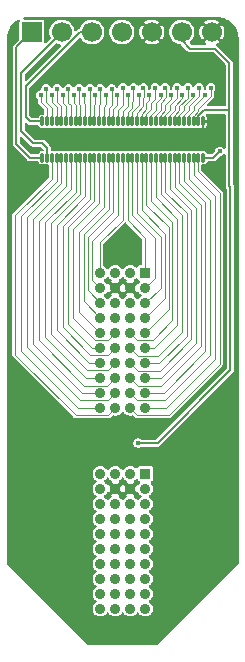
<source format=gbr>
%TF.GenerationSoftware,KiCad,Pcbnew,9.0.3*%
%TF.CreationDate,2025-09-24T11:10:32-04:00*%
%TF.ProjectId,eib-64-cnt-a64,6569622d-3634-42d6-936e-742d6136342e,A*%
%TF.SameCoordinates,Original*%
%TF.FileFunction,Copper,L1,Top*%
%TF.FilePolarity,Positive*%
%FSLAX46Y46*%
G04 Gerber Fmt 4.6, Leading zero omitted, Abs format (unit mm)*
G04 Created by KiCad (PCBNEW 9.0.3) date 2025-09-24 11:10:32*
%MOMM*%
%LPD*%
G01*
G04 APERTURE LIST*
G04 Aperture macros list*
%AMRoundRect*
0 Rectangle with rounded corners*
0 $1 Rounding radius*
0 $2 $3 $4 $5 $6 $7 $8 $9 X,Y pos of 4 corners*
0 Add a 4 corners polygon primitive as box body*
4,1,4,$2,$3,$4,$5,$6,$7,$8,$9,$2,$3,0*
0 Add four circle primitives for the rounded corners*
1,1,$1+$1,$2,$3*
1,1,$1+$1,$4,$5*
1,1,$1+$1,$6,$7*
1,1,$1+$1,$8,$9*
0 Add four rect primitives between the rounded corners*
20,1,$1+$1,$2,$3,$4,$5,0*
20,1,$1+$1,$4,$5,$6,$7,0*
20,1,$1+$1,$6,$7,$8,$9,0*
20,1,$1+$1,$8,$9,$2,$3,0*%
G04 Aperture macros list end*
%TA.AperFunction,ComponentPad*%
%ADD10R,1.700000X1.700000*%
%TD*%
%TA.AperFunction,ComponentPad*%
%ADD11C,1.700000*%
%TD*%
%TA.AperFunction,SMDPad,CuDef*%
%ADD12RoundRect,0.010000X0.090000X0.340000X-0.090000X0.340000X-0.090000X-0.340000X0.090000X-0.340000X0*%
%TD*%
%TA.AperFunction,ComponentPad*%
%ADD13R,0.910000X0.910000*%
%TD*%
%TA.AperFunction,ComponentPad*%
%ADD14C,0.910000*%
%TD*%
%TA.AperFunction,ViaPad*%
%ADD15C,0.400000*%
%TD*%
%TA.AperFunction,Conductor*%
%ADD16C,0.200000*%
%TD*%
%TA.AperFunction,Conductor*%
%ADD17C,0.120000*%
%TD*%
G04 APERTURE END LIST*
D10*
%TO.P,J4,1,Pin_1*%
%TO.N,/K1*%
X129300000Y-77900000D03*
D11*
%TO.P,J4,2,Pin_2*%
%TO.N,/K0*%
X131840000Y-77900000D03*
%TO.P,J4,3,Pin_3*%
%TO.N,/Vcoax*%
X134380000Y-77900000D03*
%TO.P,J4,4,Pin_4*%
%TO.N,/Istim*%
X136920000Y-77900000D03*
%TO.P,J4,5,Pin_5*%
%TO.N,GND*%
X139460000Y-77900000D03*
%TO.P,J4,6,Pin_6*%
%TO.N,/Ref*%
X142000000Y-77900000D03*
%TO.P,J4,7,Pin_7*%
%TO.N,GND*%
X144540000Y-77900000D03*
%TD*%
D12*
%TO.P,J3,1,Pin_1*%
%TO.N,/Istim*%
X143800000Y-88540000D03*
%TO.P,J3,2,Pin_2*%
%TO.N,GND*%
X143800000Y-85460000D03*
%TO.P,J3,3,Pin_3*%
%TO.N,/Elec16*%
X143400000Y-88540000D03*
%TO.P,J3,4,Pin_4*%
%TO.N,/Ref*%
X143400000Y-85460000D03*
%TO.P,J3,5,Pin_5*%
%TO.N,/Elec17*%
X143000000Y-88540000D03*
%TO.P,J3,6,Pin_6*%
%TO.N,/Elec0*%
X143000000Y-85460000D03*
%TO.P,J3,7,Pin_7*%
%TO.N,/Elec18*%
X142600000Y-88540000D03*
%TO.P,J3,8,Pin_8*%
%TO.N,/Elec1*%
X142600000Y-85460000D03*
%TO.P,J3,9,Pin_9*%
%TO.N,/Elec19*%
X142200000Y-88540000D03*
%TO.P,J3,10,Pin_10*%
%TO.N,/Elec2*%
X142200000Y-85460000D03*
%TO.P,J3,11,Pin_11*%
%TO.N,/Elec20*%
X141800000Y-88540000D03*
%TO.P,J3,12,Pin_12*%
%TO.N,/Elec3*%
X141800000Y-85460000D03*
%TO.P,J3,13,Pin_13*%
%TO.N,/Elec21*%
X141400000Y-88540000D03*
%TO.P,J3,14,Pin_14*%
%TO.N,/Elec4*%
X141400000Y-85460000D03*
%TO.P,J3,15,Pin_15*%
%TO.N,/Elec22*%
X141000000Y-88540000D03*
%TO.P,J3,16,Pin_16*%
%TO.N,/Elec5*%
X141000000Y-85460000D03*
%TO.P,J3,17,Pin_17*%
%TO.N,/Elec23*%
X140600000Y-88540000D03*
%TO.P,J3,18,Pin_18*%
%TO.N,/Elec6*%
X140600000Y-85460000D03*
%TO.P,J3,19,Pin_19*%
%TO.N,/Elec24*%
X140200000Y-88540000D03*
%TO.P,J3,20,Pin_20*%
%TO.N,/Elec7*%
X140200000Y-85460000D03*
%TO.P,J3,21,Pin_21*%
%TO.N,/Elec25*%
X139800000Y-88540000D03*
%TO.P,J3,22,Pin_22*%
%TO.N,/Elec8*%
X139800000Y-85460000D03*
%TO.P,J3,23,Pin_23*%
%TO.N,/Elec26*%
X139400000Y-88540000D03*
%TO.P,J3,24,Pin_24*%
%TO.N,/Elec9*%
X139400000Y-85460000D03*
%TO.P,J3,25,Pin_25*%
%TO.N,/Elec27*%
X139000000Y-88540000D03*
%TO.P,J3,26,Pin_26*%
%TO.N,/Elec10*%
X139000000Y-85460000D03*
%TO.P,J3,27,Pin_27*%
%TO.N,/Elec28*%
X138600000Y-88540000D03*
%TO.P,J3,28,Pin_28*%
%TO.N,/Elec11*%
X138600000Y-85460000D03*
%TO.P,J3,29,Pin_29*%
%TO.N,/Elec29*%
X138200000Y-88540000D03*
%TO.P,J3,30,Pin_30*%
%TO.N,/Elec12*%
X138200000Y-85460000D03*
%TO.P,J3,31,Pin_31*%
%TO.N,/Elec30*%
X137800000Y-88540000D03*
%TO.P,J3,32,Pin_32*%
%TO.N,/Elec13*%
X137800000Y-85460000D03*
%TO.P,J3,33,Pin_33*%
%TO.N,/Elec31*%
X137400000Y-88540000D03*
%TO.P,J3,34,Pin_34*%
%TO.N,/Elec14*%
X137400000Y-85460000D03*
%TO.P,J3,35,Pin_35*%
%TO.N,/Elec32*%
X137000000Y-88540000D03*
%TO.P,J3,36,Pin_36*%
%TO.N,/Elec15*%
X137000000Y-85460000D03*
%TO.P,J3,37,Pin_37*%
%TO.N,/Elec33*%
X136600000Y-88540000D03*
%TO.P,J3,38,Pin_38*%
%TO.N,/Elec48*%
X136600000Y-85460000D03*
%TO.P,J3,39,Pin_39*%
%TO.N,/Elec34*%
X136200000Y-88540000D03*
%TO.P,J3,40,Pin_40*%
%TO.N,/Elec49*%
X136200000Y-85460000D03*
%TO.P,J3,41,Pin_41*%
%TO.N,/Elec35*%
X135800000Y-88540000D03*
%TO.P,J3,42,Pin_42*%
%TO.N,/Elec50*%
X135800000Y-85460000D03*
%TO.P,J3,43,Pin_43*%
%TO.N,/Elec36*%
X135400000Y-88540000D03*
%TO.P,J3,44,Pin_44*%
%TO.N,/Elec51*%
X135400000Y-85460000D03*
%TO.P,J3,45,Pin_45*%
%TO.N,/Elec37*%
X135000000Y-88540000D03*
%TO.P,J3,46,Pin_46*%
%TO.N,/Elec52*%
X135000000Y-85460000D03*
%TO.P,J3,47,Pin_47*%
%TO.N,/Elec38*%
X134600000Y-88540000D03*
%TO.P,J3,48,Pin_48*%
%TO.N,/Elec53*%
X134600000Y-85460000D03*
%TO.P,J3,49,Pin_49*%
%TO.N,/Elec39*%
X134200000Y-88540000D03*
%TO.P,J3,50,Pin_50*%
%TO.N,/Elec54*%
X134200000Y-85460000D03*
%TO.P,J3,51,Pin_51*%
%TO.N,/Elec40*%
X133800000Y-88540000D03*
%TO.P,J3,52,Pin_52*%
%TO.N,/Elec55*%
X133800000Y-85460000D03*
%TO.P,J3,53,Pin_53*%
%TO.N,/Elec41*%
X133400000Y-88540000D03*
%TO.P,J3,54,Pin_54*%
%TO.N,/Elec56*%
X133400000Y-85460000D03*
%TO.P,J3,55,Pin_55*%
%TO.N,/Elec42*%
X133000000Y-88540000D03*
%TO.P,J3,56,Pin_56*%
%TO.N,/Elec57*%
X133000000Y-85460000D03*
%TO.P,J3,57,Pin_57*%
%TO.N,/Elec43*%
X132600000Y-88540000D03*
%TO.P,J3,58,Pin_58*%
%TO.N,/Elec58*%
X132600000Y-85460000D03*
%TO.P,J3,59,Pin_59*%
%TO.N,/Elec44*%
X132200000Y-88540000D03*
%TO.P,J3,60,Pin_60*%
%TO.N,/Elec59*%
X132200000Y-85460000D03*
%TO.P,J3,61,Pin_61*%
%TO.N,/Elec45*%
X131800000Y-88540000D03*
%TO.P,J3,62,Pin_62*%
%TO.N,/Elec60*%
X131800000Y-85460000D03*
%TO.P,J3,63,Pin_63*%
%TO.N,/Elec46*%
X131400000Y-88540000D03*
%TO.P,J3,64,Pin_64*%
%TO.N,/Elec61*%
X131400000Y-85460000D03*
%TO.P,J3,65,Pin_65*%
%TO.N,/Elec47*%
X131000000Y-88540000D03*
%TO.P,J3,66,Pin_66*%
%TO.N,/Elec62*%
X131000000Y-85460000D03*
%TO.P,J3,67,Pin_67*%
%TO.N,/K0*%
X130600000Y-88540000D03*
%TO.P,J3,68,Pin_68*%
%TO.N,/Elec63*%
X130600000Y-85460000D03*
%TO.P,J3,69,Pin_69*%
%TO.N,/K1*%
X130200000Y-88540000D03*
%TO.P,J3,70,Pin_70*%
%TO.N,/Vcoax*%
X130200000Y-85460000D03*
%TD*%
D13*
%TO.P,J2,A1,A1*%
%TO.N,/Elec31*%
X138905000Y-98285000D03*
D14*
%TO.P,J2,A2,A2*%
%TO.N,/Elec30*%
X138905000Y-99555000D03*
%TO.P,J2,A3,A3*%
%TO.N,/Elec29*%
X138905000Y-100825000D03*
%TO.P,J2,A4,A4*%
%TO.N,/Elec28*%
X138905000Y-102095000D03*
%TO.P,J2,A5,A5*%
%TO.N,/Elec27*%
X138905000Y-103365000D03*
%TO.P,J2,A6,A6*%
%TO.N,/Elec25*%
X138905000Y-104635000D03*
%TO.P,J2,A7,A7*%
%TO.N,/Elec23*%
X138905000Y-105905000D03*
%TO.P,J2,A8,A8*%
%TO.N,/Elec21*%
X138905000Y-107175000D03*
%TO.P,J2,A9,A9*%
%TO.N,/Elec19*%
X138905000Y-108445000D03*
%TO.P,J2,A10,A10*%
%TO.N,/Elec17*%
X138905000Y-109715000D03*
%TO.P,J2,B1,B1*%
%TO.N,/Ref*%
X137635000Y-98285000D03*
%TO.P,J2,B2,B2*%
%TO.N,GND*%
X137635000Y-99555000D03*
%TO.P,J2,B3,B3*%
%TO.N,unconnected-(J2-PadB3)*%
X137635000Y-100825000D03*
%TO.P,J2,B4,B4*%
%TO.N,unconnected-(J2-PadB4)*%
X137635000Y-102095000D03*
%TO.P,J2,B5,B5*%
%TO.N,/Elec26*%
X137635000Y-103365000D03*
%TO.P,J2,B6,B6*%
%TO.N,/Elec24*%
X137635000Y-104635000D03*
%TO.P,J2,B7,B7*%
%TO.N,/Elec22*%
X137635000Y-105905000D03*
%TO.P,J2,B8,B8*%
%TO.N,/Elec20*%
X137635000Y-107175000D03*
%TO.P,J2,B9,B9*%
%TO.N,/Elec18*%
X137635000Y-108445000D03*
%TO.P,J2,B10,B10*%
%TO.N,/Elec16*%
X137635000Y-109715000D03*
%TO.P,J2,C1,C1*%
%TO.N,/Ref*%
X136365000Y-98285000D03*
%TO.P,J2,C2,C2*%
%TO.N,GND*%
X136365000Y-99555000D03*
%TO.P,J2,C3,C3*%
%TO.N,unconnected-(J2-PadC3)*%
X136365000Y-100825000D03*
%TO.P,J2,C4,C4*%
%TO.N,unconnected-(J2-PadC4)*%
X136365000Y-102095000D03*
%TO.P,J2,C5,C5*%
%TO.N,/Elec37*%
X136365000Y-103365000D03*
%TO.P,J2,C6,C6*%
%TO.N,/Elec39*%
X136365000Y-104635000D03*
%TO.P,J2,C7,C7*%
%TO.N,/Elec41*%
X136365000Y-105905000D03*
%TO.P,J2,C8,C8*%
%TO.N,/Elec43*%
X136365000Y-107175000D03*
%TO.P,J2,C9,C9*%
%TO.N,/Elec45*%
X136365000Y-108445000D03*
%TO.P,J2,C10,C10*%
%TO.N,/Elec47*%
X136365000Y-109715000D03*
%TO.P,J2,D1,D1*%
%TO.N,/Elec32*%
X135095000Y-98285000D03*
%TO.P,J2,D2,D2*%
%TO.N,/Elec33*%
X135095000Y-99555000D03*
%TO.P,J2,D3,D3*%
%TO.N,/Elec34*%
X135095000Y-100825000D03*
%TO.P,J2,D4,D4*%
%TO.N,/Elec35*%
X135095000Y-102095000D03*
%TO.P,J2,D5,D5*%
%TO.N,/Elec36*%
X135095000Y-103365000D03*
%TO.P,J2,D6,D6*%
%TO.N,/Elec38*%
X135095000Y-104635000D03*
%TO.P,J2,D7,D7*%
%TO.N,/Elec40*%
X135095000Y-105905000D03*
%TO.P,J2,D8,D8*%
%TO.N,/Elec42*%
X135095000Y-107175000D03*
%TO.P,J2,D9,D9*%
%TO.N,/Elec44*%
X135095000Y-108445000D03*
%TO.P,J2,D10,D10*%
%TO.N,/Elec46*%
X135095000Y-109715000D03*
%TD*%
D13*
%TO.P,J1,A1,A1*%
%TO.N,/Elec15*%
X138905000Y-115285000D03*
D14*
%TO.P,J1,A2,A2*%
%TO.N,/Elec14*%
X138905000Y-116555000D03*
%TO.P,J1,A3,A3*%
%TO.N,/Elec13*%
X138905000Y-117825000D03*
%TO.P,J1,A4,A4*%
%TO.N,/Elec12*%
X138905000Y-119095000D03*
%TO.P,J1,A5,A5*%
%TO.N,/Elec11*%
X138905000Y-120365000D03*
%TO.P,J1,A6,A6*%
%TO.N,/Elec9*%
X138905000Y-121635000D03*
%TO.P,J1,A7,A7*%
%TO.N,/Elec7*%
X138905000Y-122905000D03*
%TO.P,J1,A8,A8*%
%TO.N,/Elec5*%
X138905000Y-124175000D03*
%TO.P,J1,A9,A9*%
%TO.N,/Elec3*%
X138905000Y-125445000D03*
%TO.P,J1,A10,A10*%
%TO.N,/Elec1*%
X138905000Y-126715000D03*
%TO.P,J1,B1,B1*%
%TO.N,/Ref*%
X137635000Y-115285000D03*
%TO.P,J1,B2,B2*%
%TO.N,GND*%
X137635000Y-116555000D03*
%TO.P,J1,B3,B3*%
%TO.N,unconnected-(J1-PadB3)*%
X137635000Y-117825000D03*
%TO.P,J1,B4,B4*%
%TO.N,unconnected-(J1-PadB4)*%
X137635000Y-119095000D03*
%TO.P,J1,B5,B5*%
%TO.N,/Elec10*%
X137635000Y-120365000D03*
%TO.P,J1,B6,B6*%
%TO.N,/Elec8*%
X137635000Y-121635000D03*
%TO.P,J1,B7,B7*%
%TO.N,/Elec6*%
X137635000Y-122905000D03*
%TO.P,J1,B8,B8*%
%TO.N,/Elec4*%
X137635000Y-124175000D03*
%TO.P,J1,B9,B9*%
%TO.N,/Elec2*%
X137635000Y-125445000D03*
%TO.P,J1,B10,B10*%
%TO.N,/Elec0*%
X137635000Y-126715000D03*
%TO.P,J1,C1,C1*%
%TO.N,/Ref*%
X136365000Y-115285000D03*
%TO.P,J1,C2,C2*%
%TO.N,GND*%
X136365000Y-116555000D03*
%TO.P,J1,C3,C3*%
%TO.N,unconnected-(J1-PadC3)*%
X136365000Y-117825000D03*
%TO.P,J1,C4,C4*%
%TO.N,unconnected-(J1-PadC4)*%
X136365000Y-119095000D03*
%TO.P,J1,C5,C5*%
%TO.N,/Elec53*%
X136365000Y-120365000D03*
%TO.P,J1,C6,C6*%
%TO.N,/Elec55*%
X136365000Y-121635000D03*
%TO.P,J1,C7,C7*%
%TO.N,/Elec57*%
X136365000Y-122905000D03*
%TO.P,J1,C8,C8*%
%TO.N,/Elec59*%
X136365000Y-124175000D03*
%TO.P,J1,C9,C9*%
%TO.N,/Elec61*%
X136365000Y-125445000D03*
%TO.P,J1,C10,C10*%
%TO.N,/Elec63*%
X136365000Y-126715000D03*
%TO.P,J1,D1,D1*%
%TO.N,/Elec48*%
X135095000Y-115285000D03*
%TO.P,J1,D2,D2*%
%TO.N,/Elec49*%
X135095000Y-116555000D03*
%TO.P,J1,D3,D3*%
%TO.N,/Elec50*%
X135095000Y-117825000D03*
%TO.P,J1,D4,D4*%
%TO.N,/Elec51*%
X135095000Y-119095000D03*
%TO.P,J1,D5,D5*%
%TO.N,/Elec52*%
X135095000Y-120365000D03*
%TO.P,J1,D6,D6*%
%TO.N,/Elec54*%
X135095000Y-121635000D03*
%TO.P,J1,D7,D7*%
%TO.N,/Elec56*%
X135095000Y-122905000D03*
%TO.P,J1,D8,D8*%
%TO.N,/Elec58*%
X135095000Y-124175000D03*
%TO.P,J1,D9,D9*%
%TO.N,/Elec60*%
X135095000Y-125445000D03*
%TO.P,J1,D10,D10*%
%TO.N,/Elec62*%
X135095000Y-126715000D03*
%TD*%
D15*
%TO.N,/Istim*%
X145200000Y-88000000D03*
%TO.N,/Ref*%
X138300000Y-112700000D03*
%TO.N,/Elec0*%
X144450000Y-82600000D03*
%TO.N,/Elec1*%
X143950000Y-83200000D03*
%TO.N,/Elec2*%
X143450000Y-82600000D03*
%TO.N,/Elec3*%
X142950000Y-83200000D03*
%TO.N,/Elec4*%
X142500000Y-82600000D03*
%TO.N,/Elec5*%
X142050000Y-83200000D03*
%TO.N,/Elec6*%
X141600000Y-82600000D03*
%TO.N,/Elec7*%
X141100000Y-83200000D03*
%TO.N,/Elec8*%
X140600000Y-82600000D03*
%TO.N,/Elec9*%
X140250000Y-83250000D03*
%TO.N,/Elec10*%
X139750000Y-82600000D03*
%TO.N,/Elec11*%
X139250000Y-83200000D03*
%TO.N,/Elec12*%
X138750000Y-82600000D03*
%TO.N,/Elec13*%
X138400000Y-83250000D03*
%TO.N,/Elec14*%
X137900000Y-82600000D03*
%TO.N,/Elec15*%
X137450000Y-83200000D03*
%TO.N,/Elec48*%
X137005000Y-82600000D03*
%TO.N,/Elec49*%
X136505000Y-83200000D03*
%TO.N,/Elec50*%
X136055000Y-82700000D03*
%TO.N,/Elec51*%
X135605000Y-83200000D03*
%TO.N,/Elec52*%
X135105000Y-82700000D03*
%TO.N,/Elec53*%
X134655000Y-83200000D03*
%TO.N,/Elec54*%
X134205000Y-82700000D03*
%TO.N,/Elec55*%
X133755000Y-83200000D03*
%TO.N,/Elec56*%
X133305000Y-82700000D03*
%TO.N,/Elec57*%
X132850000Y-83250000D03*
%TO.N,/Elec58*%
X132400000Y-82700000D03*
%TO.N,/Elec59*%
X131950000Y-83250000D03*
%TO.N,/Elec60*%
X131450000Y-82700000D03*
%TO.N,/Elec61*%
X131000000Y-83250000D03*
%TO.N,/Elec62*%
X130500000Y-82700000D03*
%TO.N,/Elec63*%
X130050000Y-83250000D03*
%TO.N,GND*%
X137000000Y-128000000D03*
X131500000Y-81700000D03*
X129400000Y-84200000D03*
X137000000Y-87000000D03*
X130000000Y-80500000D03*
X137000000Y-96000000D03*
X144900000Y-85500000D03*
X139900000Y-128300000D03*
X137000000Y-95000000D03*
X134400000Y-81400000D03*
X136000000Y-113000000D03*
X139966520Y-81031721D03*
X131048296Y-126000000D03*
X137000000Y-111000000D03*
X144900000Y-83900000D03*
X129200000Y-86200000D03*
X144900000Y-86500000D03*
X129400000Y-87900000D03*
X134700000Y-111100000D03*
X145900000Y-122700000D03*
X129100000Y-89600000D03*
X140900000Y-117900000D03*
X134600000Y-128400000D03*
X144300000Y-80900000D03*
X142300000Y-81100000D03*
X129700000Y-82700000D03*
X145100000Y-82200000D03*
X127900000Y-88500000D03*
X136900000Y-81100000D03*
X128000000Y-92300000D03*
X139300000Y-113600000D03*
%TD*%
D16*
%TO.N,/Istim*%
X144660000Y-88540000D02*
X145200000Y-88000000D01*
X143800000Y-88540000D02*
X144660000Y-88540000D01*
%TO.N,/Ref*%
X144800000Y-79300000D02*
X142700000Y-79300000D01*
X142700000Y-79300000D02*
X142000000Y-78600000D01*
X143900000Y-84500000D02*
X144700000Y-84500000D01*
X143400000Y-85000000D02*
X143900000Y-84500000D01*
X146100000Y-91000000D02*
X146100000Y-106550000D01*
X146000000Y-84500000D02*
X146000000Y-80500000D01*
X146000000Y-90900000D02*
X146100000Y-91000000D01*
X143400000Y-85460000D02*
X143400000Y-85000000D01*
X142000000Y-78600000D02*
X142000000Y-77900000D01*
X144700000Y-84500000D02*
X146000000Y-84500000D01*
X146000000Y-86000000D02*
X146000000Y-90900000D01*
X146100000Y-106550000D02*
X139950000Y-112700000D01*
X146000000Y-80500000D02*
X144800000Y-79300000D01*
X139950000Y-112700000D02*
X138300000Y-112700000D01*
X146000000Y-86000000D02*
X146000000Y-84500000D01*
D17*
%TO.N,/Elec16*%
X143400000Y-88540000D02*
X143400000Y-89700000D01*
X145200000Y-106000000D02*
X140875479Y-110324521D01*
X145200000Y-91500000D02*
X145200000Y-106000000D01*
X143400000Y-89700000D02*
X145200000Y-91500000D01*
X140875479Y-110324521D02*
X138244521Y-110324521D01*
X138244521Y-110324521D02*
X137635000Y-109715000D01*
%TO.N,/Elec0*%
X143400000Y-84400000D02*
X143400000Y-84600000D01*
X144450000Y-83350000D02*
X143400000Y-84400000D01*
X144450000Y-82600000D02*
X144450000Y-83350000D01*
X143000000Y-85460000D02*
X143000000Y-85000000D01*
X143000000Y-85000000D02*
X143400000Y-84600000D01*
%TO.N,/Elec17*%
X144800000Y-91800000D02*
X144800000Y-105600000D01*
X144800000Y-105600000D02*
X140685000Y-109715000D01*
X143000000Y-90000000D02*
X144800000Y-91800000D01*
X143000000Y-88540000D02*
X143000000Y-90000000D01*
X140685000Y-109715000D02*
X138905000Y-109715000D01*
%TO.N,/Elec1*%
X143000000Y-84150000D02*
X143000000Y-84500000D01*
X142600000Y-84900000D02*
X143000000Y-84500000D01*
X142600000Y-85460000D02*
X142600000Y-84900000D01*
X143950000Y-83200000D02*
X143000000Y-84150000D01*
%TO.N,/Elec18*%
X142600000Y-88540000D02*
X142600000Y-90300000D01*
X140545479Y-109054521D02*
X144400000Y-105200000D01*
X138244521Y-109054521D02*
X140545479Y-109054521D01*
X144400000Y-92100000D02*
X144400000Y-105200000D01*
X137635000Y-108445000D02*
X138244521Y-109054521D01*
X142600000Y-90300000D02*
X144400000Y-92100000D01*
%TO.N,/Elec2*%
X143450000Y-82600000D02*
X143450000Y-83350000D01*
X143450000Y-83350000D02*
X142600000Y-84200000D01*
X142200000Y-84900000D02*
X142600000Y-84500000D01*
X142600000Y-84200000D02*
X142600000Y-84500000D01*
X142200000Y-85460000D02*
X142200000Y-84900000D01*
%TO.N,/Elec19*%
X140455000Y-108445000D02*
X138905000Y-108445000D01*
X142200000Y-88540000D02*
X142200000Y-90500000D01*
X142200000Y-90500000D02*
X144000000Y-92300000D01*
X144000000Y-92300000D02*
X144000000Y-104900000D01*
X144000000Y-104900000D02*
X140455000Y-108445000D01*
%TO.N,/Elec3*%
X142950000Y-83200000D02*
X142950000Y-83400000D01*
X141800000Y-84900000D02*
X142200000Y-84500000D01*
X142950000Y-83400000D02*
X142200000Y-84150000D01*
X142200000Y-84500000D02*
X142200000Y-84150000D01*
X141800000Y-85460000D02*
X141800000Y-84900000D01*
%TO.N,/Elec20*%
X137635000Y-107175000D02*
X138295479Y-107835479D01*
X141800000Y-90700000D02*
X141800000Y-88540000D01*
X143600000Y-92500000D02*
X141800000Y-90700000D01*
X143600000Y-104500000D02*
X143600000Y-92500000D01*
X138295479Y-107835479D02*
X140264521Y-107835479D01*
X140264521Y-107835479D02*
X143600000Y-104500000D01*
%TO.N,/Elec4*%
X141400000Y-85460000D02*
X141400000Y-84900000D01*
X142500000Y-83450000D02*
X141800000Y-84150000D01*
X142500000Y-82600000D02*
X142500000Y-83450000D01*
X141400000Y-84900000D02*
X141800000Y-84500000D01*
X141800000Y-84150000D02*
X141800000Y-84500000D01*
%TO.N,/Elec21*%
X140275000Y-107175000D02*
X143200000Y-104250000D01*
X143200000Y-92800000D02*
X141400000Y-91000000D01*
X141400000Y-91000000D02*
X141400000Y-88540000D01*
X138905000Y-107175000D02*
X140275000Y-107175000D01*
X143200000Y-104250000D02*
X143200000Y-92800000D01*
%TO.N,/Elec5*%
X141000000Y-84900000D02*
X141400000Y-84500000D01*
X141400000Y-84150000D02*
X141400000Y-84500000D01*
X142050000Y-83200000D02*
X142050000Y-83500000D01*
X141000000Y-85460000D02*
X141000000Y-84900000D01*
X142050000Y-83500000D02*
X141400000Y-84150000D01*
%TO.N,/Elec22*%
X142800000Y-93000000D02*
X141000000Y-91200000D01*
X137635000Y-105905000D02*
X138295479Y-106565479D01*
X138295479Y-106565479D02*
X140134521Y-106565479D01*
X142800000Y-103900000D02*
X142800000Y-93000000D01*
X140134521Y-106565479D02*
X142800000Y-103900000D01*
X141000000Y-91200000D02*
X141000000Y-88540000D01*
%TO.N,/Elec6*%
X141000000Y-84100000D02*
X141000000Y-84500000D01*
X141600000Y-82600000D02*
X141600000Y-83500000D01*
X141600000Y-83500000D02*
X141000000Y-84100000D01*
X140600000Y-85460000D02*
X140600000Y-84900000D01*
X140600000Y-84900000D02*
X141000000Y-84500000D01*
%TO.N,/Elec23*%
X138905000Y-105905000D02*
X140095000Y-105905000D01*
X140600000Y-91400000D02*
X140600000Y-88540000D01*
X142400000Y-103600000D02*
X142400000Y-93200000D01*
X140095000Y-105905000D02*
X142400000Y-103600000D01*
X142400000Y-93200000D02*
X140600000Y-91400000D01*
%TO.N,/Elec7*%
X140200000Y-84900000D02*
X140600000Y-84500000D01*
X141100000Y-83550000D02*
X140600000Y-84050000D01*
X141100000Y-83200000D02*
X141100000Y-83550000D01*
X140600000Y-84050000D02*
X140600000Y-84500000D01*
X140200000Y-85460000D02*
X140200000Y-84900000D01*
%TO.N,/Elec24*%
X137635000Y-104635000D02*
X138295479Y-105295479D01*
X140200000Y-91600000D02*
X140200000Y-88540000D01*
X142000000Y-93400000D02*
X140200000Y-91600000D01*
X139995479Y-105295479D02*
X142000000Y-103290958D01*
X138295479Y-105295479D02*
X139995479Y-105295479D01*
X142000000Y-103290958D02*
X142000000Y-93400000D01*
%TO.N,/Elec8*%
X140200000Y-84500000D02*
X140200000Y-83879123D01*
X139800000Y-85460000D02*
X139800000Y-84900000D01*
X140659501Y-82659501D02*
X140600000Y-82600000D01*
X140200000Y-83879123D02*
X140659501Y-83419622D01*
X139800000Y-84900000D02*
X140200000Y-84500000D01*
X140659501Y-83419622D02*
X140659501Y-82659501D01*
%TO.N,/Elec25*%
X139800000Y-91900000D02*
X141600000Y-93700000D01*
X141600000Y-93700000D02*
X141600000Y-102700000D01*
X141600000Y-102700000D02*
X139665000Y-104635000D01*
X139800000Y-88540000D02*
X139800000Y-91900000D01*
X139665000Y-104635000D02*
X138905000Y-104635000D01*
%TO.N,/Elec9*%
X139800000Y-83900000D02*
X140250000Y-83450000D01*
X139400000Y-85460000D02*
X139400000Y-84900000D01*
X140250000Y-83450000D02*
X140250000Y-83250000D01*
X139400000Y-84900000D02*
X139800000Y-84500000D01*
X139800000Y-84500000D02*
X139800000Y-83900000D01*
%TO.N,/Elec26*%
X139529000Y-103971000D02*
X138241000Y-103971000D01*
X141200000Y-102300000D02*
X139529000Y-103971000D01*
X138241000Y-103971000D02*
X137635000Y-103365000D01*
X141200000Y-94000000D02*
X141200000Y-102300000D01*
X139400000Y-92200000D02*
X141200000Y-94000000D01*
X139400000Y-88540000D02*
X139400000Y-92200000D01*
%TO.N,/Elec10*%
X139400000Y-83900000D02*
X139400000Y-84400000D01*
X139000000Y-84800000D02*
X139400000Y-84400000D01*
X139750000Y-83550000D02*
X139400000Y-83900000D01*
X139000000Y-85460000D02*
X139000000Y-84800000D01*
X139750000Y-82600000D02*
X139750000Y-83550000D01*
%TO.N,/Elec27*%
X139000000Y-88540000D02*
X139000000Y-92502401D01*
X140900000Y-101370000D02*
X138905000Y-103365000D01*
X139000000Y-92502401D02*
X140900000Y-94402401D01*
X140900000Y-94402401D02*
X140900000Y-101370000D01*
%TO.N,/Elec11*%
X139000000Y-84400000D02*
X139000000Y-83900000D01*
X138600000Y-84800000D02*
X139000000Y-84400000D01*
X139250000Y-83650000D02*
X139250000Y-83200000D01*
X138600000Y-85460000D02*
X138600000Y-84800000D01*
X139000000Y-83900000D02*
X139250000Y-83650000D01*
%TO.N,/Elec28*%
X140600000Y-95000000D02*
X140600000Y-100400000D01*
X138600000Y-88540000D02*
X138600000Y-93000000D01*
X140600000Y-100400000D02*
X138905000Y-102095000D01*
X138600000Y-93000000D02*
X140600000Y-95000000D01*
%TO.N,/Elec12*%
X138809501Y-82659501D02*
X138750000Y-82600000D01*
X138200000Y-85460000D02*
X138200000Y-84725000D01*
X138200000Y-84725000D02*
X138750000Y-84175000D01*
X138750000Y-84175000D02*
X138750000Y-83479123D01*
X138750000Y-83479123D02*
X138809501Y-83419622D01*
X138809501Y-83419622D02*
X138809501Y-82659501D01*
%TO.N,/Elec29*%
X138200000Y-88540000D02*
X138200000Y-93216557D01*
X140200000Y-99530000D02*
X138905000Y-100825000D01*
X138200000Y-93216557D02*
X140200000Y-95216557D01*
X140200000Y-95216557D02*
X140200000Y-99530000D01*
%TO.N,/Elec13*%
X137800000Y-85460000D02*
X137800000Y-84700000D01*
X138400000Y-84100000D02*
X138400000Y-83250000D01*
X137800000Y-84700000D02*
X138400000Y-84100000D01*
%TO.N,/Elec30*%
X137800000Y-88540000D02*
X137800000Y-93400000D01*
X139700000Y-95300000D02*
X139700000Y-98760000D01*
X137800000Y-93400000D02*
X139700000Y-95300000D01*
X139700000Y-98760000D02*
X138905000Y-99555000D01*
%TO.N,/Elec14*%
X137900000Y-82600000D02*
X137900000Y-83700000D01*
X137800000Y-83800000D02*
X137800000Y-84300000D01*
X137400000Y-84700000D02*
X137800000Y-84300000D01*
X137400000Y-85460000D02*
X137400000Y-84700000D01*
X137900000Y-83700000D02*
X137800000Y-83800000D01*
%TO.N,/Elec31*%
X137400000Y-93800000D02*
X137400000Y-88540000D01*
X138905000Y-95305000D02*
X137400000Y-93800000D01*
X138905000Y-98285000D02*
X138905000Y-95305000D01*
%TO.N,/Elec15*%
X137000000Y-85460000D02*
X137000000Y-84600000D01*
X137450000Y-83200000D02*
X137400000Y-83250000D01*
X137000000Y-84600000D02*
X137400000Y-84200000D01*
X137400000Y-83250000D02*
X137400000Y-84200000D01*
%TO.N,/Elec32*%
X137000000Y-93790000D02*
X137000000Y-88540000D01*
X135100000Y-98295000D02*
X135100000Y-95690000D01*
X135100000Y-95690000D02*
X137000000Y-93790000D01*
%TO.N,/Elec48*%
X136600000Y-84505000D02*
X137005000Y-84100000D01*
X137005000Y-82600000D02*
X137005000Y-84100000D01*
X136600000Y-85460000D02*
X136600000Y-84505000D01*
%TO.N,/Elec33*%
X136600000Y-88540000D02*
X136600000Y-93400000D01*
X136600000Y-93400000D02*
X134400000Y-95600000D01*
X134400000Y-98860000D02*
X135095000Y-99555000D01*
X134400000Y-95600000D02*
X134400000Y-98860000D01*
%TO.N,/Elec49*%
X136200000Y-85460000D02*
X136200000Y-84405000D01*
X136200000Y-84405000D02*
X136505000Y-84100000D01*
X136505000Y-83200000D02*
X136505000Y-84100000D01*
%TO.N,/Elec34*%
X136200000Y-93100000D02*
X136200000Y-88540000D01*
X134050000Y-95250000D02*
X136200000Y-93100000D01*
X134050000Y-99780000D02*
X134050000Y-95250000D01*
X135095000Y-100825000D02*
X134050000Y-99780000D01*
%TO.N,/Elec50*%
X136055000Y-82700000D02*
X136055000Y-84045000D01*
X136055000Y-84045000D02*
X135800000Y-84300000D01*
X135800000Y-84300000D02*
X135800000Y-85460000D01*
%TO.N,/Elec35*%
X133700000Y-100700000D02*
X135095000Y-102095000D01*
X135800000Y-92900000D02*
X133700000Y-95000000D01*
X133700000Y-95000000D02*
X133700000Y-100700000D01*
X135800000Y-88540000D02*
X135800000Y-92900000D01*
%TO.N,/Elec51*%
X135400000Y-84205000D02*
X135400000Y-85460000D01*
X135605000Y-84000000D02*
X135400000Y-84205000D01*
X135605000Y-83200000D02*
X135605000Y-84000000D01*
%TO.N,/Elec36*%
X135400000Y-92700000D02*
X133300000Y-94800000D01*
X133300000Y-94800000D02*
X133300000Y-101570000D01*
X135400000Y-88540000D02*
X135400000Y-92700000D01*
X133300000Y-101570000D02*
X135095000Y-103365000D01*
%TO.N,/Elec52*%
X135105000Y-84005000D02*
X135000000Y-84110000D01*
X135105000Y-82700000D02*
X135105000Y-84005000D01*
X135000000Y-84110000D02*
X135000000Y-85460000D01*
%TO.N,/Elec37*%
X132800000Y-94600000D02*
X132800000Y-102100000D01*
X134674521Y-103974521D02*
X135755479Y-103974521D01*
X135000000Y-92400000D02*
X132800000Y-94600000D01*
X135000000Y-88540000D02*
X135000000Y-92400000D01*
X135755479Y-103974521D02*
X136365000Y-103365000D01*
X132800000Y-102100000D02*
X134674521Y-103974521D01*
%TO.N,/Elec53*%
X134600000Y-84060000D02*
X134655000Y-84005000D01*
X134600000Y-85460000D02*
X134600000Y-84060000D01*
X134655000Y-83200000D02*
X134655000Y-84005000D01*
%TO.N,/Elec38*%
X134435000Y-104635000D02*
X135095000Y-104635000D01*
X134600000Y-92200000D02*
X132400000Y-94400000D01*
X132400000Y-94400000D02*
X132400000Y-102600000D01*
X134600000Y-88540000D02*
X134600000Y-92200000D01*
X132400000Y-102600000D02*
X134435000Y-104635000D01*
%TO.N,/Elec54*%
X134205000Y-82700000D02*
X134205000Y-83955000D01*
X134200000Y-85460000D02*
X134200000Y-83960000D01*
X134200000Y-83960000D02*
X134205000Y-83955000D01*
%TO.N,/Elec39*%
X134244521Y-105244521D02*
X135755479Y-105244521D01*
X131900000Y-94300000D02*
X131900000Y-102900000D01*
X131900000Y-102900000D02*
X134244521Y-105244521D01*
X135755479Y-105244521D02*
X136365000Y-104635000D01*
X134200000Y-88540000D02*
X134200000Y-92000000D01*
X134200000Y-92000000D02*
X131900000Y-94300000D01*
%TO.N,/Elec55*%
X133800000Y-83950000D02*
X133755000Y-83905000D01*
X133800000Y-85460000D02*
X133800000Y-83950000D01*
X133755000Y-83200000D02*
X133755000Y-83905000D01*
%TO.N,/Elec40*%
X133800000Y-91800000D02*
X131400000Y-94200000D01*
X133800000Y-88540000D02*
X133800000Y-91800000D01*
X134155000Y-105905000D02*
X135095000Y-105905000D01*
X131400000Y-103150000D02*
X134155000Y-105905000D01*
X131400000Y-94200000D02*
X131400000Y-103150000D01*
%TO.N,/Elec56*%
X133305000Y-82700000D02*
X133305000Y-84005000D01*
X133400000Y-85460000D02*
X133400000Y-84100000D01*
X133400000Y-84100000D02*
X133305000Y-84005000D01*
%TO.N,/Elec41*%
X130900000Y-103429042D02*
X130900000Y-94100000D01*
X136365000Y-105905000D02*
X135755479Y-106514521D01*
X130900000Y-94100000D02*
X133400000Y-91600000D01*
X133400000Y-91600000D02*
X133400000Y-88540000D01*
X133985479Y-106514521D02*
X130900000Y-103429042D01*
X135755479Y-106514521D02*
X133985479Y-106514521D01*
%TO.N,/Elec57*%
X133000000Y-85460000D02*
X133000000Y-84050000D01*
X132850000Y-83250000D02*
X132850000Y-83900000D01*
X133000000Y-84050000D02*
X132850000Y-83900000D01*
%TO.N,/Elec42*%
X130400000Y-103700000D02*
X130400000Y-94000000D01*
X133875000Y-107175000D02*
X130400000Y-103700000D01*
X135095000Y-107175000D02*
X133875000Y-107175000D01*
X133000000Y-91400000D02*
X133000000Y-88540000D01*
X130400000Y-94000000D02*
X133000000Y-91400000D01*
%TO.N,/Elec58*%
X132600000Y-84100000D02*
X132600000Y-85460000D01*
X132400000Y-83900000D02*
X132600000Y-84100000D01*
X132400000Y-82700000D02*
X132400000Y-83900000D01*
%TO.N,/Elec43*%
X129900000Y-104000000D02*
X129900000Y-93900000D01*
X133735479Y-107835479D02*
X129900000Y-104000000D01*
X132600000Y-91200000D02*
X132600000Y-88540000D01*
X129900000Y-93900000D02*
X132600000Y-91200000D01*
X135704521Y-107835479D02*
X133735479Y-107835479D01*
X136365000Y-107175000D02*
X135704521Y-107835479D01*
%TO.N,/Elec59*%
X131950000Y-83900000D02*
X132200000Y-84150000D01*
X131950000Y-83250000D02*
X131950000Y-83900000D01*
X132200000Y-84150000D02*
X132200000Y-85460000D01*
%TO.N,/Elec44*%
X133545000Y-108445000D02*
X135095000Y-108445000D01*
X132200000Y-88540000D02*
X132200000Y-90900000D01*
X129400000Y-104300000D02*
X133545000Y-108445000D01*
X132200000Y-90900000D02*
X129400000Y-93700000D01*
X129400000Y-93700000D02*
X129400000Y-104300000D01*
%TO.N,/Elec60*%
X131800000Y-84200000D02*
X131800000Y-85460000D01*
X131450000Y-82700000D02*
X131450000Y-83850000D01*
X131450000Y-83850000D02*
X131800000Y-84200000D01*
%TO.N,/Elec45*%
X128900000Y-93600000D02*
X131800000Y-90700000D01*
X128900000Y-104600000D02*
X128900000Y-93600000D01*
X136365000Y-108445000D02*
X135755479Y-109054521D01*
X133354521Y-109054521D02*
X128900000Y-104600000D01*
X131800000Y-90700000D02*
X131800000Y-88540000D01*
X135755479Y-109054521D02*
X133354521Y-109054521D01*
%TO.N,/Elec61*%
X131000000Y-83850000D02*
X131400000Y-84250000D01*
X131000000Y-83250000D02*
X131000000Y-83850000D01*
X131400000Y-84250000D02*
X131400000Y-85460000D01*
%TO.N,/Elec46*%
X133215000Y-109715000D02*
X128400000Y-104900000D01*
X135095000Y-109715000D02*
X133215000Y-109715000D01*
X128400000Y-104900000D02*
X128400000Y-93500000D01*
X128400000Y-93500000D02*
X131400000Y-90500000D01*
X131400000Y-90500000D02*
X131400000Y-88540000D01*
%TO.N,/Elec62*%
X130500000Y-83800000D02*
X131000000Y-84300000D01*
X131000000Y-84300000D02*
X131000000Y-85460000D01*
X130500000Y-82700000D02*
X130500000Y-83800000D01*
%TO.N,/Elec47*%
X127900000Y-93400000D02*
X131000000Y-90300000D01*
X131000000Y-90300000D02*
X131000000Y-88540000D01*
X136365000Y-109715000D02*
X135755479Y-110324521D01*
X127900000Y-105200000D02*
X127900000Y-93400000D01*
X135755479Y-110324521D02*
X133024521Y-110324521D01*
X133024521Y-110324521D02*
X127900000Y-105200000D01*
%TO.N,/Elec63*%
X130050000Y-83250000D02*
X130050000Y-83800000D01*
X130050000Y-83800000D02*
X130600000Y-84350000D01*
X130600000Y-84350000D02*
X130600000Y-85460000D01*
D16*
%TO.N,/Vcoax*%
X130200000Y-85460000D02*
X129160000Y-85460000D01*
X129160000Y-85460000D02*
X128800000Y-85100000D01*
X133400000Y-77900000D02*
X134380000Y-77900000D01*
X128800000Y-82500000D02*
X133400000Y-77900000D01*
X128800000Y-85100000D02*
X128800000Y-82500000D01*
%TO.N,/K0*%
X130600000Y-87700000D02*
X130200000Y-87300000D01*
X130200000Y-87300000D02*
X129400000Y-87300000D01*
X128400000Y-86300000D02*
X128400000Y-81340000D01*
X130600000Y-88540000D02*
X130600000Y-87700000D01*
X129400000Y-87300000D02*
X128400000Y-86300000D01*
X128400000Y-81340000D02*
X131840000Y-77900000D01*
%TO.N,/K1*%
X128000000Y-79200000D02*
X129300000Y-77900000D01*
X129140000Y-88540000D02*
X128000000Y-87400000D01*
X128000000Y-87400000D02*
X128000000Y-79200000D01*
X130200000Y-88540000D02*
X129140000Y-88540000D01*
%TD*%
%TA.AperFunction,Conductor*%
%TO.N,GND*%
G36*
X136104082Y-116663076D02*
G01*
X136140944Y-116726924D01*
X136193076Y-116779056D01*
X136256924Y-116815918D01*
X136303683Y-116828447D01*
X136019934Y-117112195D01*
X136020421Y-117117135D01*
X136050612Y-117155432D01*
X136053014Y-117216570D01*
X136019022Y-117267444D01*
X136012733Y-117272013D01*
X135947143Y-117315839D01*
X135855839Y-117407143D01*
X135812315Y-117472282D01*
X135764265Y-117510161D01*
X135703127Y-117512563D01*
X135652253Y-117478570D01*
X135647685Y-117472282D01*
X135604160Y-117407143D01*
X135512857Y-117315840D01*
X135512856Y-117315839D01*
X135447716Y-117272314D01*
X135409838Y-117224266D01*
X135407436Y-117163128D01*
X135441428Y-117112254D01*
X135447702Y-117107695D01*
X135512857Y-117064160D01*
X135604160Y-116972857D01*
X135647987Y-116907265D01*
X135696034Y-116869388D01*
X135757172Y-116866986D01*
X135806484Y-116899934D01*
X135807802Y-116900064D01*
X136091552Y-116616314D01*
X136104082Y-116663076D01*
G37*
%TD.AperFunction*%
%TA.AperFunction,Conductor*%
G36*
X137374082Y-116663076D02*
G01*
X137410944Y-116726924D01*
X137463076Y-116779056D01*
X137526924Y-116815918D01*
X137573683Y-116828447D01*
X137289934Y-117112195D01*
X137290421Y-117117135D01*
X137320612Y-117155432D01*
X137323014Y-117216570D01*
X137289022Y-117267444D01*
X137282733Y-117272013D01*
X137217143Y-117315839D01*
X137125839Y-117407143D01*
X137082315Y-117472282D01*
X137034265Y-117510161D01*
X136973127Y-117512563D01*
X136922253Y-117478570D01*
X136917685Y-117472282D01*
X136874160Y-117407143D01*
X136782856Y-117315839D01*
X136717266Y-117272013D01*
X136679387Y-117223963D01*
X136676985Y-117162825D01*
X136709934Y-117113513D01*
X136710063Y-117112196D01*
X136426314Y-116828447D01*
X136473076Y-116815918D01*
X136536924Y-116779056D01*
X136589056Y-116726924D01*
X136625918Y-116663076D01*
X136638447Y-116616314D01*
X136922196Y-116900063D01*
X136926827Y-116899607D01*
X136965735Y-116868936D01*
X137026874Y-116866536D01*
X137076921Y-116899977D01*
X137077802Y-116900064D01*
X137361552Y-116616314D01*
X137374082Y-116663076D01*
G37*
%TD.AperFunction*%
%TA.AperFunction,Conductor*%
G36*
X138192196Y-116900063D02*
G01*
X138197135Y-116899577D01*
X138235434Y-116869387D01*
X138296572Y-116866985D01*
X138347445Y-116900979D01*
X138352013Y-116907266D01*
X138395839Y-116972856D01*
X138487143Y-117064160D01*
X138552282Y-117107685D01*
X138590161Y-117155735D01*
X138592563Y-117216873D01*
X138558570Y-117267747D01*
X138552282Y-117272315D01*
X138487143Y-117315839D01*
X138395839Y-117407143D01*
X138352315Y-117472282D01*
X138304265Y-117510161D01*
X138243127Y-117512563D01*
X138192253Y-117478570D01*
X138187685Y-117472282D01*
X138144160Y-117407143D01*
X138052856Y-117315839D01*
X137987266Y-117272013D01*
X137949387Y-117223963D01*
X137946985Y-117162825D01*
X137979934Y-117113513D01*
X137980063Y-117112196D01*
X137696314Y-116828447D01*
X137743076Y-116815918D01*
X137806924Y-116779056D01*
X137859056Y-116726924D01*
X137895918Y-116663076D01*
X137908447Y-116616314D01*
X138192196Y-116900063D01*
G37*
%TD.AperFunction*%
%TA.AperFunction,Conductor*%
G36*
X135807746Y-115631428D02*
G01*
X135812304Y-115637702D01*
X135855839Y-115702856D01*
X135855840Y-115702857D01*
X135947143Y-115794160D01*
X136012731Y-115837985D01*
X136050610Y-115886035D01*
X136053012Y-115947173D01*
X136020065Y-115996481D01*
X136019935Y-115997802D01*
X136303685Y-116281552D01*
X136256924Y-116294082D01*
X136193076Y-116330944D01*
X136140944Y-116383076D01*
X136104082Y-116446924D01*
X136091552Y-116493685D01*
X135807802Y-116209935D01*
X135802859Y-116210421D01*
X135764564Y-116240610D01*
X135703426Y-116243012D01*
X135652553Y-116209018D01*
X135647985Y-116202731D01*
X135604160Y-116137143D01*
X135512857Y-116045840D01*
X135493157Y-116032677D01*
X135447716Y-116002314D01*
X135409838Y-115954266D01*
X135407436Y-115893128D01*
X135441428Y-115842254D01*
X135447702Y-115837695D01*
X135512857Y-115794160D01*
X135604160Y-115702857D01*
X135647685Y-115637716D01*
X135695734Y-115599838D01*
X135756872Y-115597436D01*
X135807746Y-115631428D01*
G37*
%TD.AperFunction*%
%TA.AperFunction,Conductor*%
G36*
X137030229Y-115599679D02*
G01*
X137034266Y-115599838D01*
X137055386Y-115616488D01*
X137077746Y-115631428D01*
X137082304Y-115637702D01*
X137125839Y-115702856D01*
X137125840Y-115702857D01*
X137217143Y-115794160D01*
X137282731Y-115837985D01*
X137320610Y-115886035D01*
X137323012Y-115947173D01*
X137290065Y-115996481D01*
X137289935Y-115997802D01*
X137573685Y-116281552D01*
X137526924Y-116294082D01*
X137463076Y-116330944D01*
X137410944Y-116383076D01*
X137374082Y-116446924D01*
X137361552Y-116493685D01*
X137077802Y-116209935D01*
X137073168Y-116210391D01*
X137034264Y-116241061D01*
X136973126Y-116243463D01*
X136923077Y-116210021D01*
X136922195Y-116209934D01*
X136638447Y-116493683D01*
X136625918Y-116446924D01*
X136589056Y-116383076D01*
X136536924Y-116330944D01*
X136473076Y-116294082D01*
X136426314Y-116281552D01*
X136710064Y-115997802D01*
X136709577Y-115992861D01*
X136679388Y-115954565D01*
X136676986Y-115893427D01*
X136710979Y-115842553D01*
X136717240Y-115838003D01*
X136782857Y-115794160D01*
X136874160Y-115702857D01*
X136917685Y-115637716D01*
X136920855Y-115635217D01*
X136922254Y-115631428D01*
X136944613Y-115616488D01*
X136965734Y-115599838D01*
X136969770Y-115599679D01*
X136973128Y-115597436D01*
X137000000Y-115598491D01*
X137026872Y-115597436D01*
X137030229Y-115599679D01*
G37*
%TD.AperFunction*%
%TA.AperFunction,Conductor*%
G36*
X138181639Y-115733246D02*
G01*
X138206564Y-115737194D01*
X138210675Y-115741305D01*
X138216279Y-115742861D01*
X138231984Y-115762614D01*
X138249829Y-115780458D01*
X138252657Y-115788614D01*
X138254358Y-115790753D01*
X138254495Y-115793913D01*
X138258717Y-115806087D01*
X138261132Y-115818228D01*
X138261134Y-115818233D01*
X138292983Y-115865897D01*
X138305448Y-115884552D01*
X138371769Y-115928867D01*
X138383911Y-115931282D01*
X138391058Y-115935285D01*
X138399247Y-115935641D01*
X138417241Y-115949948D01*
X138437293Y-115961178D01*
X138440723Y-115968618D01*
X138447139Y-115973720D01*
X138453286Y-115995871D01*
X138462909Y-116016743D01*
X138461310Y-116024780D01*
X138463502Y-116032677D01*
X138456633Y-116048290D01*
X138450972Y-116076753D01*
X138442086Y-116089992D01*
X138438574Y-116094408D01*
X138395840Y-116137143D01*
X138349741Y-116206134D01*
X138347189Y-116209344D01*
X138324928Y-116224084D01*
X138303963Y-116240612D01*
X138299717Y-116240778D01*
X138296174Y-116243125D01*
X138269499Y-116241965D01*
X138242824Y-116243014D01*
X138239291Y-116240653D01*
X138235046Y-116240469D01*
X138214142Y-116223848D01*
X138193513Y-116210064D01*
X138192195Y-116209934D01*
X137908447Y-116493683D01*
X137895918Y-116446924D01*
X137859056Y-116383076D01*
X137806924Y-116330944D01*
X137743076Y-116294082D01*
X137696314Y-116281552D01*
X137980064Y-115997802D01*
X137979577Y-115992861D01*
X137968455Y-115978751D01*
X137949531Y-115954951D01*
X137949521Y-115954734D01*
X137949388Y-115954565D01*
X137948196Y-115924238D01*
X137946875Y-115893824D01*
X137946995Y-115893658D01*
X137946986Y-115893427D01*
X137980656Y-115842809D01*
X137983850Y-115840269D01*
X138052857Y-115794160D01*
X138095599Y-115751417D01*
X138100007Y-115747913D01*
X138123648Y-115739079D01*
X138146132Y-115727623D01*
X138151874Y-115728532D01*
X138157322Y-115726497D01*
X138181639Y-115733246D01*
G37*
%TD.AperFunction*%
%TA.AperFunction,Conductor*%
G36*
X145003234Y-76614926D02*
G01*
X145228409Y-76629684D01*
X145241237Y-76631373D01*
X145459384Y-76674766D01*
X145471888Y-76678117D01*
X145682497Y-76749609D01*
X145694449Y-76754559D01*
X145893937Y-76852937D01*
X145905132Y-76859400D01*
X145974052Y-76905451D01*
X146090063Y-76982968D01*
X146100337Y-76990851D01*
X146267558Y-77137501D01*
X146276714Y-77146658D01*
X146423352Y-77313866D01*
X146431236Y-77324140D01*
X146554799Y-77509068D01*
X146561274Y-77520283D01*
X146659643Y-77719759D01*
X146664598Y-77731723D01*
X146736086Y-77942322D01*
X146739438Y-77954831D01*
X146782827Y-78172968D01*
X146784517Y-78185807D01*
X146799288Y-78411197D01*
X146799500Y-78417671D01*
X146799500Y-122875942D01*
X146780593Y-122934133D01*
X146770504Y-122945946D01*
X139945946Y-129770504D01*
X139891429Y-129798281D01*
X139875942Y-129799500D01*
X134124058Y-129799500D01*
X134065867Y-129780593D01*
X134054054Y-129770504D01*
X127229496Y-122945946D01*
X127201719Y-122891429D01*
X127200500Y-122875942D01*
X127200500Y-115220436D01*
X134439500Y-115220436D01*
X134439500Y-115349563D01*
X134464690Y-115476201D01*
X134464690Y-115476203D01*
X134514101Y-115595493D01*
X134514101Y-115595494D01*
X134585839Y-115702856D01*
X134677143Y-115794160D01*
X134742282Y-115837685D01*
X134780161Y-115885735D01*
X134782563Y-115946873D01*
X134748570Y-115997747D01*
X134742282Y-116002315D01*
X134677143Y-116045839D01*
X134585839Y-116137143D01*
X134514101Y-116244505D01*
X134514101Y-116244506D01*
X134464690Y-116363796D01*
X134464690Y-116363798D01*
X134439500Y-116490436D01*
X134439500Y-116619563D01*
X134456293Y-116703988D01*
X134460855Y-116726924D01*
X134464690Y-116746201D01*
X134464690Y-116746203D01*
X134514101Y-116865493D01*
X134514101Y-116865494D01*
X134585839Y-116972856D01*
X134677143Y-117064160D01*
X134742282Y-117107685D01*
X134780161Y-117155735D01*
X134782563Y-117216873D01*
X134748570Y-117267747D01*
X134742282Y-117272315D01*
X134677143Y-117315839D01*
X134585839Y-117407143D01*
X134514101Y-117514505D01*
X134514101Y-117514506D01*
X134464690Y-117633796D01*
X134464690Y-117633798D01*
X134439500Y-117760436D01*
X134439500Y-117889563D01*
X134464690Y-118016201D01*
X134464690Y-118016203D01*
X134514101Y-118135493D01*
X134514101Y-118135494D01*
X134585839Y-118242856D01*
X134677143Y-118334160D01*
X134742282Y-118377685D01*
X134780161Y-118425735D01*
X134782563Y-118486873D01*
X134748570Y-118537747D01*
X134742282Y-118542315D01*
X134677143Y-118585839D01*
X134585839Y-118677143D01*
X134514101Y-118784505D01*
X134514101Y-118784506D01*
X134464690Y-118903796D01*
X134464690Y-118903798D01*
X134439500Y-119030436D01*
X134439500Y-119159563D01*
X134464690Y-119286201D01*
X134464690Y-119286203D01*
X134514101Y-119405493D01*
X134514101Y-119405494D01*
X134585839Y-119512856D01*
X134677143Y-119604160D01*
X134742282Y-119647685D01*
X134780161Y-119695735D01*
X134782563Y-119756873D01*
X134748570Y-119807747D01*
X134742282Y-119812315D01*
X134677143Y-119855839D01*
X134585839Y-119947143D01*
X134514101Y-120054505D01*
X134514101Y-120054506D01*
X134464690Y-120173796D01*
X134464690Y-120173798D01*
X134439500Y-120300436D01*
X134439500Y-120429563D01*
X134464690Y-120556201D01*
X134464690Y-120556203D01*
X134514101Y-120675493D01*
X134514101Y-120675494D01*
X134585839Y-120782856D01*
X134677143Y-120874160D01*
X134742282Y-120917685D01*
X134780161Y-120965735D01*
X134782563Y-121026873D01*
X134748570Y-121077747D01*
X134742282Y-121082315D01*
X134677143Y-121125839D01*
X134585839Y-121217143D01*
X134514101Y-121324505D01*
X134514101Y-121324506D01*
X134464690Y-121443796D01*
X134464690Y-121443798D01*
X134439500Y-121570436D01*
X134439500Y-121699563D01*
X134464690Y-121826201D01*
X134464690Y-121826203D01*
X134514101Y-121945493D01*
X134514101Y-121945494D01*
X134585839Y-122052856D01*
X134677143Y-122144160D01*
X134742282Y-122187685D01*
X134780161Y-122235735D01*
X134782563Y-122296873D01*
X134748570Y-122347747D01*
X134742282Y-122352315D01*
X134677143Y-122395839D01*
X134585839Y-122487143D01*
X134514101Y-122594505D01*
X134514101Y-122594506D01*
X134464690Y-122713796D01*
X134464690Y-122713798D01*
X134439500Y-122840436D01*
X134439500Y-122969563D01*
X134464690Y-123096201D01*
X134464690Y-123096203D01*
X134514101Y-123215493D01*
X134514101Y-123215494D01*
X134585839Y-123322856D01*
X134677143Y-123414160D01*
X134742282Y-123457685D01*
X134780161Y-123505735D01*
X134782563Y-123566873D01*
X134748570Y-123617747D01*
X134742282Y-123622315D01*
X134677143Y-123665839D01*
X134585839Y-123757143D01*
X134514101Y-123864505D01*
X134514101Y-123864506D01*
X134464690Y-123983796D01*
X134464690Y-123983798D01*
X134439500Y-124110436D01*
X134439500Y-124239563D01*
X134464690Y-124366201D01*
X134464690Y-124366203D01*
X134514101Y-124485493D01*
X134514101Y-124485494D01*
X134585839Y-124592856D01*
X134677143Y-124684160D01*
X134742282Y-124727685D01*
X134780161Y-124775735D01*
X134782563Y-124836873D01*
X134748570Y-124887747D01*
X134742282Y-124892315D01*
X134677143Y-124935839D01*
X134585839Y-125027143D01*
X134514101Y-125134505D01*
X134514101Y-125134506D01*
X134464690Y-125253796D01*
X134464690Y-125253798D01*
X134439500Y-125380436D01*
X134439500Y-125509563D01*
X134464690Y-125636201D01*
X134464690Y-125636203D01*
X134514101Y-125755493D01*
X134514101Y-125755494D01*
X134585839Y-125862856D01*
X134677143Y-125954160D01*
X134742282Y-125997685D01*
X134780161Y-126045735D01*
X134782563Y-126106873D01*
X134748570Y-126157747D01*
X134742282Y-126162315D01*
X134677143Y-126205839D01*
X134585839Y-126297143D01*
X134514101Y-126404505D01*
X134514101Y-126404506D01*
X134464690Y-126523796D01*
X134464690Y-126523798D01*
X134439500Y-126650436D01*
X134439500Y-126779563D01*
X134464690Y-126906201D01*
X134464690Y-126906203D01*
X134514101Y-127025493D01*
X134514101Y-127025494D01*
X134515399Y-127027436D01*
X134585840Y-127132857D01*
X134677143Y-127224160D01*
X134784504Y-127295897D01*
X134903798Y-127345310D01*
X135030439Y-127370500D01*
X135030440Y-127370500D01*
X135159560Y-127370500D01*
X135159561Y-127370500D01*
X135286202Y-127345310D01*
X135405496Y-127295897D01*
X135512857Y-127224160D01*
X135604160Y-127132857D01*
X135647685Y-127067716D01*
X135695734Y-127029838D01*
X135756872Y-127027436D01*
X135807746Y-127061428D01*
X135812304Y-127067702D01*
X135855840Y-127132857D01*
X135947143Y-127224160D01*
X136054504Y-127295897D01*
X136173798Y-127345310D01*
X136300439Y-127370500D01*
X136300440Y-127370500D01*
X136429560Y-127370500D01*
X136429561Y-127370500D01*
X136556202Y-127345310D01*
X136675496Y-127295897D01*
X136782857Y-127224160D01*
X136874160Y-127132857D01*
X136917685Y-127067716D01*
X136965734Y-127029838D01*
X137026872Y-127027436D01*
X137077746Y-127061428D01*
X137082304Y-127067702D01*
X137125840Y-127132857D01*
X137217143Y-127224160D01*
X137324504Y-127295897D01*
X137443798Y-127345310D01*
X137570439Y-127370500D01*
X137570440Y-127370500D01*
X137699560Y-127370500D01*
X137699561Y-127370500D01*
X137826202Y-127345310D01*
X137945496Y-127295897D01*
X138052857Y-127224160D01*
X138144160Y-127132857D01*
X138187685Y-127067716D01*
X138235734Y-127029838D01*
X138296872Y-127027436D01*
X138347746Y-127061428D01*
X138352304Y-127067702D01*
X138395840Y-127132857D01*
X138487143Y-127224160D01*
X138594504Y-127295897D01*
X138713798Y-127345310D01*
X138840439Y-127370500D01*
X138840440Y-127370500D01*
X138969560Y-127370500D01*
X138969561Y-127370500D01*
X139096202Y-127345310D01*
X139215496Y-127295897D01*
X139322857Y-127224160D01*
X139414160Y-127132857D01*
X139485897Y-127025496D01*
X139535310Y-126906202D01*
X139560500Y-126779561D01*
X139560500Y-126650439D01*
X139535310Y-126523798D01*
X139485898Y-126404506D01*
X139485898Y-126404505D01*
X139414160Y-126297143D01*
X139322857Y-126205840D01*
X139322856Y-126205839D01*
X139257716Y-126162314D01*
X139219838Y-126114266D01*
X139217436Y-126053128D01*
X139251428Y-126002254D01*
X139257702Y-125997695D01*
X139322857Y-125954160D01*
X139414160Y-125862857D01*
X139485897Y-125755496D01*
X139535310Y-125636202D01*
X139560500Y-125509561D01*
X139560500Y-125380439D01*
X139535310Y-125253798D01*
X139485898Y-125134506D01*
X139485898Y-125134505D01*
X139414160Y-125027143D01*
X139322857Y-124935840D01*
X139322856Y-124935839D01*
X139257716Y-124892314D01*
X139219838Y-124844266D01*
X139217436Y-124783128D01*
X139251428Y-124732254D01*
X139257702Y-124727695D01*
X139322857Y-124684160D01*
X139414160Y-124592857D01*
X139485897Y-124485496D01*
X139535310Y-124366202D01*
X139560500Y-124239561D01*
X139560500Y-124110439D01*
X139535310Y-123983798D01*
X139485898Y-123864506D01*
X139485898Y-123864505D01*
X139414160Y-123757143D01*
X139322857Y-123665840D01*
X139322856Y-123665839D01*
X139257716Y-123622314D01*
X139219838Y-123574266D01*
X139217436Y-123513128D01*
X139251428Y-123462254D01*
X139257702Y-123457695D01*
X139322857Y-123414160D01*
X139414160Y-123322857D01*
X139485897Y-123215496D01*
X139535310Y-123096202D01*
X139560500Y-122969561D01*
X139560500Y-122840439D01*
X139535310Y-122713798D01*
X139485898Y-122594506D01*
X139485898Y-122594505D01*
X139414160Y-122487143D01*
X139322857Y-122395840D01*
X139322856Y-122395839D01*
X139257716Y-122352314D01*
X139219838Y-122304266D01*
X139217436Y-122243128D01*
X139251428Y-122192254D01*
X139257702Y-122187695D01*
X139322857Y-122144160D01*
X139414160Y-122052857D01*
X139485897Y-121945496D01*
X139535310Y-121826202D01*
X139560500Y-121699561D01*
X139560500Y-121570439D01*
X139535310Y-121443798D01*
X139485898Y-121324506D01*
X139485898Y-121324505D01*
X139414160Y-121217143D01*
X139322857Y-121125840D01*
X139322856Y-121125839D01*
X139257716Y-121082314D01*
X139219838Y-121034266D01*
X139217436Y-120973128D01*
X139251428Y-120922254D01*
X139257702Y-120917695D01*
X139322857Y-120874160D01*
X139414160Y-120782857D01*
X139485897Y-120675496D01*
X139535310Y-120556202D01*
X139560500Y-120429561D01*
X139560500Y-120300439D01*
X139535310Y-120173798D01*
X139485898Y-120054506D01*
X139485898Y-120054505D01*
X139414160Y-119947143D01*
X139322857Y-119855840D01*
X139322856Y-119855839D01*
X139257716Y-119812314D01*
X139219838Y-119764266D01*
X139217436Y-119703128D01*
X139251428Y-119652254D01*
X139257702Y-119647695D01*
X139322857Y-119604160D01*
X139414160Y-119512857D01*
X139485897Y-119405496D01*
X139535310Y-119286202D01*
X139560500Y-119159561D01*
X139560500Y-119030439D01*
X139535310Y-118903798D01*
X139485898Y-118784506D01*
X139485898Y-118784505D01*
X139414160Y-118677143D01*
X139322857Y-118585840D01*
X139322856Y-118585839D01*
X139257716Y-118542314D01*
X139219838Y-118494266D01*
X139217436Y-118433128D01*
X139251428Y-118382254D01*
X139257702Y-118377695D01*
X139322857Y-118334160D01*
X139414160Y-118242857D01*
X139485897Y-118135496D01*
X139535310Y-118016202D01*
X139560500Y-117889561D01*
X139560500Y-117760439D01*
X139535310Y-117633798D01*
X139485898Y-117514506D01*
X139485898Y-117514505D01*
X139414160Y-117407143D01*
X139322857Y-117315840D01*
X139322856Y-117315839D01*
X139257716Y-117272314D01*
X139219838Y-117224266D01*
X139217436Y-117163128D01*
X139251428Y-117112254D01*
X139257702Y-117107695D01*
X139322857Y-117064160D01*
X139414160Y-116972857D01*
X139485897Y-116865496D01*
X139535310Y-116746202D01*
X139560500Y-116619561D01*
X139560500Y-116490439D01*
X139535310Y-116363798D01*
X139485898Y-116244506D01*
X139485898Y-116244505D01*
X139414160Y-116137143D01*
X139375400Y-116098383D01*
X139347623Y-116043866D01*
X139357194Y-115983434D01*
X139400459Y-115940169D01*
X139426085Y-115931282D01*
X139438231Y-115928867D01*
X139504552Y-115884552D01*
X139548867Y-115818231D01*
X139560500Y-115759748D01*
X139560500Y-114810252D01*
X139548867Y-114751769D01*
X139504552Y-114685448D01*
X139504548Y-114685445D01*
X139438233Y-114641134D01*
X139438231Y-114641133D01*
X139438228Y-114641132D01*
X139438227Y-114641132D01*
X139379758Y-114629501D01*
X139379748Y-114629500D01*
X138430252Y-114629500D01*
X138430251Y-114629500D01*
X138430241Y-114629501D01*
X138371772Y-114641132D01*
X138371766Y-114641134D01*
X138305451Y-114685445D01*
X138305445Y-114685451D01*
X138261134Y-114751766D01*
X138261132Y-114751771D01*
X138258717Y-114763913D01*
X138228818Y-114817296D01*
X138173252Y-114842909D01*
X138113243Y-114830970D01*
X138091616Y-114814599D01*
X138052856Y-114775839D01*
X137945493Y-114704101D01*
X137826202Y-114654690D01*
X137699563Y-114629500D01*
X137699561Y-114629500D01*
X137570439Y-114629500D01*
X137570436Y-114629500D01*
X137443798Y-114654690D01*
X137443796Y-114654690D01*
X137324506Y-114704101D01*
X137324505Y-114704101D01*
X137217143Y-114775839D01*
X137125839Y-114867143D01*
X137082315Y-114932282D01*
X137034265Y-114970161D01*
X136973127Y-114972563D01*
X136922253Y-114938570D01*
X136917685Y-114932282D01*
X136874160Y-114867143D01*
X136782856Y-114775839D01*
X136675493Y-114704101D01*
X136556202Y-114654690D01*
X136429563Y-114629500D01*
X136429561Y-114629500D01*
X136300439Y-114629500D01*
X136300436Y-114629500D01*
X136173798Y-114654690D01*
X136173796Y-114654690D01*
X136054506Y-114704101D01*
X136054505Y-114704101D01*
X135947143Y-114775839D01*
X135855839Y-114867143D01*
X135812315Y-114932282D01*
X135764265Y-114970161D01*
X135703127Y-114972563D01*
X135652253Y-114938570D01*
X135647685Y-114932282D01*
X135604160Y-114867143D01*
X135512856Y-114775839D01*
X135405493Y-114704101D01*
X135286202Y-114654690D01*
X135159563Y-114629500D01*
X135159561Y-114629500D01*
X135030439Y-114629500D01*
X135030436Y-114629500D01*
X134903798Y-114654690D01*
X134903796Y-114654690D01*
X134784506Y-114704101D01*
X134784505Y-114704101D01*
X134677143Y-114775839D01*
X134585839Y-114867143D01*
X134514101Y-114974505D01*
X134514101Y-114974506D01*
X134464690Y-115093796D01*
X134464690Y-115093798D01*
X134439500Y-115220436D01*
X127200500Y-115220436D01*
X127200500Y-78417452D01*
X127200712Y-78410978D01*
X127203116Y-78374298D01*
X127215469Y-78185798D01*
X127217158Y-78172968D01*
X127233066Y-78092993D01*
X127260551Y-77954811D01*
X127263895Y-77942333D01*
X127335388Y-77731716D01*
X127340343Y-77719754D01*
X127370037Y-77659539D01*
X127438715Y-77520270D01*
X127445188Y-77509061D01*
X127568761Y-77324119D01*
X127576630Y-77313866D01*
X127723287Y-77146634D01*
X127732420Y-77137501D01*
X127899672Y-76990824D01*
X127909908Y-76982970D01*
X128094866Y-76859383D01*
X128106043Y-76852929D01*
X128126900Y-76842644D01*
X128187448Y-76833866D01*
X128241596Y-76862355D01*
X128268658Y-76917231D01*
X128262150Y-76969313D01*
X128261132Y-76971769D01*
X128249501Y-77030241D01*
X128249500Y-77030253D01*
X128249500Y-78484521D01*
X128230593Y-78542712D01*
X128220504Y-78554525D01*
X127815489Y-78959540D01*
X127815488Y-78959539D01*
X127759539Y-79015489D01*
X127719980Y-79084007D01*
X127719978Y-79084011D01*
X127699500Y-79160435D01*
X127699500Y-87439564D01*
X127719978Y-87515988D01*
X127719979Y-87515989D01*
X127756948Y-87580021D01*
X127759540Y-87584511D01*
X128899540Y-88724511D01*
X128899539Y-88724511D01*
X128955489Y-88780460D01*
X129024007Y-88820019D01*
X129024011Y-88820021D01*
X129100435Y-88840499D01*
X129100437Y-88840500D01*
X129100438Y-88840500D01*
X129806272Y-88840500D01*
X129864463Y-88859407D01*
X129900427Y-88908907D01*
X129903370Y-88920187D01*
X129911712Y-88962132D01*
X129911713Y-88962134D01*
X129958235Y-89031758D01*
X129958238Y-89031762D01*
X130027867Y-89078287D01*
X130089267Y-89090500D01*
X130310732Y-89090499D01*
X130372133Y-89078287D01*
X130372133Y-89078286D01*
X130380688Y-89076585D01*
X130419316Y-89076585D01*
X130427864Y-89078285D01*
X130427867Y-89078287D01*
X130489267Y-89090500D01*
X130640499Y-89090499D01*
X130698690Y-89109406D01*
X130734654Y-89158906D01*
X130739500Y-89189499D01*
X130739500Y-90151090D01*
X130720593Y-90209281D01*
X130710504Y-90221094D01*
X127752439Y-93179159D01*
X127752438Y-93179158D01*
X127679162Y-93252435D01*
X127679160Y-93252437D01*
X127679159Y-93252439D01*
X127639500Y-93348183D01*
X127639500Y-105148183D01*
X127639500Y-105251817D01*
X127679159Y-105347561D01*
X132803680Y-110472082D01*
X132803679Y-110472082D01*
X132876956Y-110545358D01*
X132876960Y-110545362D01*
X132972704Y-110585021D01*
X132972705Y-110585021D01*
X135807295Y-110585021D01*
X135807296Y-110585021D01*
X135903040Y-110545362D01*
X136077590Y-110370810D01*
X136132104Y-110343034D01*
X136168789Y-110345561D01*
X136169028Y-110344361D01*
X136173797Y-110345309D01*
X136173798Y-110345310D01*
X136300439Y-110370500D01*
X136300440Y-110370500D01*
X136429560Y-110370500D01*
X136429561Y-110370500D01*
X136556202Y-110345310D01*
X136675496Y-110295897D01*
X136782857Y-110224160D01*
X136874160Y-110132857D01*
X136917685Y-110067716D01*
X136965734Y-110029838D01*
X137026872Y-110027436D01*
X137077746Y-110061428D01*
X137082304Y-110067702D01*
X137125840Y-110132857D01*
X137217143Y-110224160D01*
X137324504Y-110295897D01*
X137443798Y-110345310D01*
X137570439Y-110370500D01*
X137570440Y-110370500D01*
X137699560Y-110370500D01*
X137699561Y-110370500D01*
X137826202Y-110345310D01*
X137826203Y-110345309D01*
X137830972Y-110344361D01*
X137831345Y-110346237D01*
X137884805Y-110347267D01*
X137922410Y-110370812D01*
X138096961Y-110545364D01*
X138192702Y-110585021D01*
X138192704Y-110585021D01*
X140927295Y-110585021D01*
X140927296Y-110585021D01*
X141023040Y-110545362D01*
X145420841Y-106147561D01*
X145423477Y-106141196D01*
X145429839Y-106125840D01*
X145442115Y-106096202D01*
X145460500Y-106051817D01*
X145460500Y-91448183D01*
X145420841Y-91352439D01*
X145420837Y-91352435D01*
X145347561Y-91279158D01*
X145347561Y-91279159D01*
X143689496Y-89621094D01*
X143661719Y-89566577D01*
X143660500Y-89551090D01*
X143660500Y-89189499D01*
X143679407Y-89131308D01*
X143728907Y-89095344D01*
X143759495Y-89090499D01*
X143910732Y-89090499D01*
X143910736Y-89090498D01*
X143910738Y-89090498D01*
X143930817Y-89086504D01*
X143972133Y-89078287D01*
X144041762Y-89031762D01*
X144088287Y-88962133D01*
X144088287Y-88962132D01*
X144096631Y-88920186D01*
X144126528Y-88866802D01*
X144182093Y-88841186D01*
X144193729Y-88840500D01*
X144699563Y-88840500D01*
X144699563Y-88840499D01*
X144775989Y-88820021D01*
X144844511Y-88780460D01*
X144872485Y-88752485D01*
X144900461Y-88724511D01*
X145196424Y-88428547D01*
X145246664Y-88402947D01*
X145246459Y-88402179D01*
X145250075Y-88401209D01*
X145250941Y-88400769D01*
X145252642Y-88400522D01*
X145252724Y-88400500D01*
X145252727Y-88400500D01*
X145354587Y-88373207D01*
X145445913Y-88320480D01*
X145520480Y-88245913D01*
X145520484Y-88245904D01*
X145521954Y-88243991D01*
X145523383Y-88243008D01*
X145525068Y-88241324D01*
X145525379Y-88241635D01*
X145572375Y-88209332D01*
X145633540Y-88210929D01*
X145682084Y-88248173D01*
X145699500Y-88304253D01*
X145699500Y-90939564D01*
X145719978Y-91015988D01*
X145719980Y-91015992D01*
X145759538Y-91084508D01*
X145759540Y-91084511D01*
X145770505Y-91095476D01*
X145798281Y-91149991D01*
X145799500Y-91165478D01*
X145799500Y-106384521D01*
X145780593Y-106442712D01*
X145770504Y-106454525D01*
X139854525Y-112370504D01*
X139800008Y-112398281D01*
X139784521Y-112399500D01*
X138605557Y-112399500D01*
X138551929Y-112382075D01*
X138551532Y-112382764D01*
X138548293Y-112380894D01*
X138547366Y-112380593D01*
X138545985Y-112379561D01*
X138454589Y-112326794D01*
X138454588Y-112326793D01*
X138454587Y-112326793D01*
X138352727Y-112299500D01*
X138247273Y-112299500D01*
X138145413Y-112326793D01*
X138145412Y-112326793D01*
X138145410Y-112326794D01*
X138145409Y-112326794D01*
X138054089Y-112379518D01*
X137979518Y-112454089D01*
X137926794Y-112545409D01*
X137926794Y-112545410D01*
X137926793Y-112545412D01*
X137926793Y-112545413D01*
X137899500Y-112647273D01*
X137899500Y-112752727D01*
X137926793Y-112854587D01*
X137926794Y-112854589D01*
X137926794Y-112854590D01*
X137979518Y-112945910D01*
X137979520Y-112945913D01*
X138054087Y-113020480D01*
X138145413Y-113073207D01*
X138247273Y-113100500D01*
X138247275Y-113100500D01*
X138352725Y-113100500D01*
X138352727Y-113100500D01*
X138454587Y-113073207D01*
X138545913Y-113020480D01*
X138545912Y-113020480D01*
X138551532Y-113017236D01*
X138552256Y-113018490D01*
X138602968Y-113000534D01*
X138605557Y-113000500D01*
X139989563Y-113000500D01*
X139989563Y-113000499D01*
X140065989Y-112980021D01*
X140134511Y-112940460D01*
X140190460Y-112884511D01*
X146340460Y-106734511D01*
X146371555Y-106680652D01*
X146380021Y-106665989D01*
X146400500Y-106589562D01*
X146400500Y-90960438D01*
X146380021Y-90884011D01*
X146340460Y-90815489D01*
X146340459Y-90815488D01*
X146329494Y-90804522D01*
X146301718Y-90750005D01*
X146300500Y-90734521D01*
X146300500Y-80460437D01*
X146300499Y-80460435D01*
X146280021Y-80384011D01*
X146280019Y-80384007D01*
X146240460Y-80315489D01*
X146184511Y-80259539D01*
X146184511Y-80259540D01*
X144984511Y-79059540D01*
X144973850Y-79053385D01*
X144949453Y-79039299D01*
X144908512Y-78993829D01*
X144902118Y-78932978D01*
X144932711Y-78879991D01*
X144961069Y-78862098D01*
X145037362Y-78830497D01*
X145169843Y-78741976D01*
X144771538Y-78343671D01*
X144847007Y-78300099D01*
X144940099Y-78207007D01*
X144983671Y-78131538D01*
X145381976Y-78529843D01*
X145470498Y-78397360D01*
X145549650Y-78206272D01*
X145589999Y-78003418D01*
X145590000Y-78003413D01*
X145590000Y-77796586D01*
X145589999Y-77796581D01*
X145549650Y-77593727D01*
X145470498Y-77402639D01*
X145470491Y-77402625D01*
X145381976Y-77270154D01*
X144983670Y-77668460D01*
X144940099Y-77592993D01*
X144847007Y-77499901D01*
X144771536Y-77456328D01*
X145169843Y-77058022D01*
X145037361Y-76969501D01*
X144846272Y-76890349D01*
X144643418Y-76850000D01*
X144436581Y-76850000D01*
X144233727Y-76890349D01*
X144042638Y-76969501D01*
X143910155Y-77058022D01*
X144308461Y-77456328D01*
X144232993Y-77499901D01*
X144139901Y-77592993D01*
X144096328Y-77668461D01*
X143698022Y-77270155D01*
X143609501Y-77402638D01*
X143530349Y-77593727D01*
X143490000Y-77796581D01*
X143490000Y-78003418D01*
X143530349Y-78206272D01*
X143609501Y-78397361D01*
X143698022Y-78529843D01*
X144096328Y-78131536D01*
X144139901Y-78207007D01*
X144232993Y-78300099D01*
X144308460Y-78343670D01*
X143910154Y-78741977D01*
X144024208Y-78818185D01*
X144062088Y-78866234D01*
X144064490Y-78927373D01*
X144030497Y-78978246D01*
X143973094Y-78999424D01*
X143969207Y-78999500D01*
X142865479Y-78999500D01*
X142857881Y-78997031D01*
X142849992Y-78998281D01*
X142829336Y-78987756D01*
X142807288Y-78980593D01*
X142795475Y-78970504D01*
X142675305Y-78850334D01*
X142647528Y-78795817D01*
X142657099Y-78735385D01*
X142675302Y-78710329D01*
X142815977Y-78569655D01*
X142930941Y-78397598D01*
X143010130Y-78206420D01*
X143050500Y-78003465D01*
X143050500Y-77796535D01*
X143010130Y-77593580D01*
X142930941Y-77402402D01*
X142815977Y-77230345D01*
X142669655Y-77084023D01*
X142669651Y-77084020D01*
X142497597Y-76969058D01*
X142306418Y-76889869D01*
X142103467Y-76849500D01*
X142103465Y-76849500D01*
X141896535Y-76849500D01*
X141896532Y-76849500D01*
X141693581Y-76889869D01*
X141502402Y-76969058D01*
X141330348Y-77084020D01*
X141184020Y-77230348D01*
X141069058Y-77402402D01*
X140989869Y-77593581D01*
X140949500Y-77796532D01*
X140949500Y-78003467D01*
X140989869Y-78206418D01*
X141069058Y-78397597D01*
X141184020Y-78569651D01*
X141184023Y-78569655D01*
X141330345Y-78715977D01*
X141502402Y-78830941D01*
X141693580Y-78910130D01*
X141780267Y-78927373D01*
X141901305Y-78951449D01*
X141900904Y-78953462D01*
X141949490Y-78974706D01*
X141953744Y-78978715D01*
X142459540Y-79484511D01*
X142459539Y-79484511D01*
X142515489Y-79540460D01*
X142584007Y-79580019D01*
X142584011Y-79580021D01*
X142660435Y-79600499D01*
X142660437Y-79600500D01*
X142660438Y-79600500D01*
X144634521Y-79600500D01*
X144692712Y-79619407D01*
X144704525Y-79629496D01*
X145670504Y-80595475D01*
X145698281Y-80649992D01*
X145699500Y-80665479D01*
X145699500Y-84100500D01*
X145680593Y-84158691D01*
X145631093Y-84194655D01*
X145600500Y-84199500D01*
X144207910Y-84199500D01*
X144149719Y-84180593D01*
X144113755Y-84131093D01*
X144113755Y-84069907D01*
X144137906Y-84030496D01*
X144260500Y-83907902D01*
X144670841Y-83497561D01*
X144681661Y-83471439D01*
X144710500Y-83401817D01*
X144710500Y-82946900D01*
X144729407Y-82888709D01*
X144739490Y-82876902D01*
X144770480Y-82845913D01*
X144823207Y-82754587D01*
X144850500Y-82652727D01*
X144850500Y-82547273D01*
X144823207Y-82445413D01*
X144821430Y-82442336D01*
X144770481Y-82354089D01*
X144770480Y-82354087D01*
X144695913Y-82279520D01*
X144604587Y-82226793D01*
X144502727Y-82199500D01*
X144397273Y-82199500D01*
X144295413Y-82226793D01*
X144295412Y-82226793D01*
X144295410Y-82226794D01*
X144295409Y-82226794D01*
X144204089Y-82279518D01*
X144129518Y-82354089D01*
X144076794Y-82445409D01*
X144076794Y-82445410D01*
X144076793Y-82445412D01*
X144076793Y-82445413D01*
X144049999Y-82545413D01*
X144049500Y-82547274D01*
X144049500Y-82652728D01*
X144055435Y-82674876D01*
X144053964Y-82702954D01*
X144053964Y-82731093D01*
X144052375Y-82733279D01*
X144052234Y-82735977D01*
X144034539Y-82757828D01*
X144018000Y-82780593D01*
X144015429Y-82781428D01*
X144013729Y-82783528D01*
X143959809Y-82799500D01*
X143940191Y-82799500D01*
X143882000Y-82780593D01*
X143846036Y-82731093D01*
X143844565Y-82674876D01*
X143847083Y-82665478D01*
X143850500Y-82652727D01*
X143850500Y-82547273D01*
X143823207Y-82445413D01*
X143821430Y-82442336D01*
X143770481Y-82354089D01*
X143770480Y-82354087D01*
X143695913Y-82279520D01*
X143604587Y-82226793D01*
X143502727Y-82199500D01*
X143397273Y-82199500D01*
X143295413Y-82226793D01*
X143295412Y-82226793D01*
X143295410Y-82226794D01*
X143295409Y-82226794D01*
X143204089Y-82279518D01*
X143129518Y-82354089D01*
X143076794Y-82445409D01*
X143076793Y-82445413D01*
X143070626Y-82468428D01*
X143037302Y-82519741D01*
X142980181Y-82541667D01*
X142921080Y-82525831D01*
X142882575Y-82478281D01*
X142879375Y-82468436D01*
X142873207Y-82445413D01*
X142871430Y-82442336D01*
X142820481Y-82354089D01*
X142820480Y-82354087D01*
X142745913Y-82279520D01*
X142654587Y-82226793D01*
X142552727Y-82199500D01*
X142447273Y-82199500D01*
X142345413Y-82226793D01*
X142345412Y-82226793D01*
X142345410Y-82226794D01*
X142345409Y-82226794D01*
X142254089Y-82279518D01*
X142179518Y-82354089D01*
X142135736Y-82429922D01*
X142090267Y-82470863D01*
X142029416Y-82477259D01*
X141976428Y-82446666D01*
X141964264Y-82429922D01*
X141920481Y-82354089D01*
X141920480Y-82354087D01*
X141845913Y-82279520D01*
X141754587Y-82226793D01*
X141652727Y-82199500D01*
X141547273Y-82199500D01*
X141445413Y-82226793D01*
X141445412Y-82226793D01*
X141445410Y-82226794D01*
X141445409Y-82226794D01*
X141354089Y-82279518D01*
X141279518Y-82354089D01*
X141226794Y-82445409D01*
X141226794Y-82445410D01*
X141226793Y-82445412D01*
X141226793Y-82445413D01*
X141199999Y-82545413D01*
X141199500Y-82547274D01*
X141199500Y-82652728D01*
X141205435Y-82674876D01*
X141203964Y-82702954D01*
X141203964Y-82731093D01*
X141202375Y-82733279D01*
X141202234Y-82735977D01*
X141184539Y-82757828D01*
X141168000Y-82780593D01*
X141165429Y-82781428D01*
X141163729Y-82783528D01*
X141109809Y-82799500D01*
X141090191Y-82799500D01*
X141032000Y-82780593D01*
X140996036Y-82731093D01*
X140994565Y-82674876D01*
X140997083Y-82665478D01*
X141000500Y-82652727D01*
X141000500Y-82547273D01*
X140973207Y-82445413D01*
X140971430Y-82442336D01*
X140920481Y-82354089D01*
X140920480Y-82354087D01*
X140845913Y-82279520D01*
X140754587Y-82226793D01*
X140652727Y-82199500D01*
X140547273Y-82199500D01*
X140445413Y-82226793D01*
X140445412Y-82226793D01*
X140445410Y-82226794D01*
X140445409Y-82226794D01*
X140354089Y-82279518D01*
X140279519Y-82354088D01*
X140260736Y-82386622D01*
X140215266Y-82427562D01*
X140154416Y-82433957D01*
X140101428Y-82403364D01*
X140089264Y-82386622D01*
X140085164Y-82379520D01*
X140070480Y-82354087D01*
X139995913Y-82279520D01*
X139904587Y-82226793D01*
X139802727Y-82199500D01*
X139697273Y-82199500D01*
X139595413Y-82226793D01*
X139595412Y-82226793D01*
X139595410Y-82226794D01*
X139595409Y-82226794D01*
X139504089Y-82279518D01*
X139429518Y-82354089D01*
X139376794Y-82445409D01*
X139376794Y-82445410D01*
X139376793Y-82445412D01*
X139376793Y-82445413D01*
X139349999Y-82545413D01*
X139349500Y-82547274D01*
X139349500Y-82652728D01*
X139355435Y-82674876D01*
X139353964Y-82702954D01*
X139353964Y-82731093D01*
X139352375Y-82733279D01*
X139352234Y-82735977D01*
X139334539Y-82757828D01*
X139318000Y-82780593D01*
X139315429Y-82781428D01*
X139313729Y-82783528D01*
X139259809Y-82799500D01*
X139240191Y-82799500D01*
X139182000Y-82780593D01*
X139146036Y-82731093D01*
X139144565Y-82674876D01*
X139147083Y-82665478D01*
X139150500Y-82652727D01*
X139150500Y-82547273D01*
X139123207Y-82445413D01*
X139121430Y-82442336D01*
X139070481Y-82354089D01*
X139070480Y-82354087D01*
X138995913Y-82279520D01*
X138904587Y-82226793D01*
X138802727Y-82199500D01*
X138697273Y-82199500D01*
X138595413Y-82226793D01*
X138595412Y-82226793D01*
X138595410Y-82226794D01*
X138595409Y-82226794D01*
X138504089Y-82279518D01*
X138429519Y-82354088D01*
X138410736Y-82386622D01*
X138365266Y-82427562D01*
X138304416Y-82433957D01*
X138251428Y-82403364D01*
X138239264Y-82386622D01*
X138235164Y-82379520D01*
X138220480Y-82354087D01*
X138145913Y-82279520D01*
X138054587Y-82226793D01*
X137952727Y-82199500D01*
X137847273Y-82199500D01*
X137745413Y-82226793D01*
X137745412Y-82226793D01*
X137745410Y-82226794D01*
X137745409Y-82226794D01*
X137654089Y-82279518D01*
X137579518Y-82354089D01*
X137538236Y-82425592D01*
X137492767Y-82466533D01*
X137431916Y-82472929D01*
X137378928Y-82442336D01*
X137366764Y-82425592D01*
X137325481Y-82354089D01*
X137325480Y-82354087D01*
X137250913Y-82279520D01*
X137159587Y-82226793D01*
X137057727Y-82199500D01*
X136952273Y-82199500D01*
X136850413Y-82226793D01*
X136850412Y-82226793D01*
X136850410Y-82226794D01*
X136850409Y-82226794D01*
X136759089Y-82279518D01*
X136684518Y-82354089D01*
X136631794Y-82445409D01*
X136631791Y-82445416D01*
X136610816Y-82523697D01*
X136577492Y-82575011D01*
X136520371Y-82596937D01*
X136461270Y-82581101D01*
X136429453Y-82547573D01*
X136428207Y-82545416D01*
X136428207Y-82545413D01*
X136375480Y-82454087D01*
X136300913Y-82379520D01*
X136256865Y-82354089D01*
X136209589Y-82326794D01*
X136209588Y-82326793D01*
X136209587Y-82326793D01*
X136107727Y-82299500D01*
X136002273Y-82299500D01*
X135900413Y-82326793D01*
X135900412Y-82326793D01*
X135900410Y-82326794D01*
X135900409Y-82326794D01*
X135809089Y-82379518D01*
X135734518Y-82454089D01*
X135681794Y-82545409D01*
X135681793Y-82545413D01*
X135675626Y-82568428D01*
X135642302Y-82619741D01*
X135585181Y-82641667D01*
X135526080Y-82625831D01*
X135487575Y-82578281D01*
X135484375Y-82568436D01*
X135478207Y-82545413D01*
X135476044Y-82541667D01*
X135425481Y-82454089D01*
X135425480Y-82454087D01*
X135350913Y-82379520D01*
X135306865Y-82354089D01*
X135259589Y-82326794D01*
X135259588Y-82326793D01*
X135259587Y-82326793D01*
X135157727Y-82299500D01*
X135052273Y-82299500D01*
X134950413Y-82326793D01*
X134950412Y-82326793D01*
X134950410Y-82326794D01*
X134950409Y-82326794D01*
X134859089Y-82379518D01*
X134784518Y-82454089D01*
X134740736Y-82529922D01*
X134695267Y-82570863D01*
X134634416Y-82577259D01*
X134581428Y-82546666D01*
X134569264Y-82529922D01*
X134525481Y-82454089D01*
X134525480Y-82454087D01*
X134450913Y-82379520D01*
X134406865Y-82354089D01*
X134359589Y-82326794D01*
X134359588Y-82326793D01*
X134359587Y-82326793D01*
X134257727Y-82299500D01*
X134152273Y-82299500D01*
X134050413Y-82326793D01*
X134050412Y-82326793D01*
X134050410Y-82326794D01*
X134050409Y-82326794D01*
X133959089Y-82379518D01*
X133884518Y-82454089D01*
X133840736Y-82529922D01*
X133795267Y-82570863D01*
X133734416Y-82577259D01*
X133681428Y-82546666D01*
X133669264Y-82529922D01*
X133625481Y-82454089D01*
X133625480Y-82454087D01*
X133550913Y-82379520D01*
X133506865Y-82354089D01*
X133459589Y-82326794D01*
X133459588Y-82326793D01*
X133459587Y-82326793D01*
X133357727Y-82299500D01*
X133252273Y-82299500D01*
X133150413Y-82326793D01*
X133150412Y-82326793D01*
X133150410Y-82326794D01*
X133150409Y-82326794D01*
X133059089Y-82379518D01*
X132984518Y-82454089D01*
X132938236Y-82534252D01*
X132892766Y-82575193D01*
X132831916Y-82581589D01*
X132778928Y-82550996D01*
X132766764Y-82534252D01*
X132720481Y-82454089D01*
X132720480Y-82454087D01*
X132645913Y-82379520D01*
X132601865Y-82354089D01*
X132554589Y-82326794D01*
X132554588Y-82326793D01*
X132554587Y-82326793D01*
X132452727Y-82299500D01*
X132347273Y-82299500D01*
X132245413Y-82326793D01*
X132245412Y-82326793D01*
X132245410Y-82326794D01*
X132245409Y-82326794D01*
X132154089Y-82379518D01*
X132079518Y-82454089D01*
X132026794Y-82545409D01*
X132026793Y-82545413D01*
X132020626Y-82568428D01*
X131987302Y-82619741D01*
X131930181Y-82641667D01*
X131871080Y-82625831D01*
X131832575Y-82578281D01*
X131829375Y-82568436D01*
X131823207Y-82545413D01*
X131821044Y-82541667D01*
X131770481Y-82454089D01*
X131770480Y-82454087D01*
X131695913Y-82379520D01*
X131651865Y-82354089D01*
X131604589Y-82326794D01*
X131604588Y-82326793D01*
X131604587Y-82326793D01*
X131502727Y-82299500D01*
X131397273Y-82299500D01*
X131295413Y-82326793D01*
X131295412Y-82326793D01*
X131295410Y-82326794D01*
X131295409Y-82326794D01*
X131204089Y-82379518D01*
X131129518Y-82454089D01*
X131076794Y-82545409D01*
X131076793Y-82545413D01*
X131070626Y-82568428D01*
X131037302Y-82619741D01*
X130980181Y-82641667D01*
X130921080Y-82625831D01*
X130882575Y-82578281D01*
X130879375Y-82568436D01*
X130873207Y-82545413D01*
X130871044Y-82541667D01*
X130820481Y-82454089D01*
X130820480Y-82454087D01*
X130745913Y-82379520D01*
X130701865Y-82354089D01*
X130654589Y-82326794D01*
X130654588Y-82326793D01*
X130654587Y-82326793D01*
X130552727Y-82299500D01*
X130447273Y-82299500D01*
X130345413Y-82326793D01*
X130345412Y-82326793D01*
X130345410Y-82326794D01*
X130345409Y-82326794D01*
X130254089Y-82379518D01*
X130179518Y-82454089D01*
X130126794Y-82545409D01*
X130126794Y-82545410D01*
X130126793Y-82545412D01*
X130126793Y-82545413D01*
X130105246Y-82625831D01*
X130099500Y-82647274D01*
X130099500Y-82750500D01*
X130080593Y-82808691D01*
X130031093Y-82844655D01*
X130000500Y-82849500D01*
X129997273Y-82849500D01*
X129895413Y-82876793D01*
X129895412Y-82876793D01*
X129895410Y-82876794D01*
X129895409Y-82876794D01*
X129804089Y-82929518D01*
X129729518Y-83004089D01*
X129676794Y-83095409D01*
X129676794Y-83095410D01*
X129676793Y-83095412D01*
X129676793Y-83095413D01*
X129649500Y-83197273D01*
X129649500Y-83302727D01*
X129676051Y-83401816D01*
X129676794Y-83404589D01*
X129676794Y-83404590D01*
X129729518Y-83495910D01*
X129729520Y-83495913D01*
X129760505Y-83526898D01*
X129788281Y-83581413D01*
X129789500Y-83596900D01*
X129789500Y-83748183D01*
X129789500Y-83851817D01*
X129829159Y-83947561D01*
X130310505Y-84428907D01*
X130338281Y-84483422D01*
X130339500Y-84498909D01*
X130339500Y-84810500D01*
X130320593Y-84868691D01*
X130271093Y-84904655D01*
X130240501Y-84909500D01*
X130089271Y-84909500D01*
X130089261Y-84909501D01*
X130027868Y-84921712D01*
X130027865Y-84921713D01*
X129958241Y-84968235D01*
X129958235Y-84968241D01*
X129911712Y-85037866D01*
X129903369Y-85079814D01*
X129873472Y-85133198D01*
X129817907Y-85158814D01*
X129806271Y-85159500D01*
X129325479Y-85159500D01*
X129317881Y-85157031D01*
X129309992Y-85158281D01*
X129289336Y-85147756D01*
X129267288Y-85140593D01*
X129255475Y-85130504D01*
X129129496Y-85004525D01*
X129101719Y-84950008D01*
X129100500Y-84934521D01*
X129100500Y-82665478D01*
X129119407Y-82607287D01*
X129129490Y-82595480D01*
X133315019Y-78409950D01*
X133369534Y-78382175D01*
X133429966Y-78391746D01*
X133467336Y-78424954D01*
X133564019Y-78569650D01*
X133564020Y-78569651D01*
X133564023Y-78569655D01*
X133710345Y-78715977D01*
X133882402Y-78830941D01*
X134073580Y-78910130D01*
X134276535Y-78950500D01*
X134276536Y-78950500D01*
X134483464Y-78950500D01*
X134483465Y-78950500D01*
X134686420Y-78910130D01*
X134877598Y-78830941D01*
X135049655Y-78715977D01*
X135195977Y-78569655D01*
X135310941Y-78397598D01*
X135390130Y-78206420D01*
X135430500Y-78003465D01*
X135430500Y-77796535D01*
X135430499Y-77796532D01*
X135869500Y-77796532D01*
X135869500Y-78003467D01*
X135909869Y-78206418D01*
X135989058Y-78397597D01*
X136104020Y-78569651D01*
X136104023Y-78569655D01*
X136250345Y-78715977D01*
X136422402Y-78830941D01*
X136613580Y-78910130D01*
X136816535Y-78950500D01*
X136816536Y-78950500D01*
X137023464Y-78950500D01*
X137023465Y-78950500D01*
X137226420Y-78910130D01*
X137417598Y-78830941D01*
X137589655Y-78715977D01*
X137735977Y-78569655D01*
X137850941Y-78397598D01*
X137930130Y-78206420D01*
X137970500Y-78003465D01*
X137970500Y-77796581D01*
X138410000Y-77796581D01*
X138410000Y-78003418D01*
X138450349Y-78206272D01*
X138529501Y-78397361D01*
X138618022Y-78529843D01*
X139016328Y-78131536D01*
X139059901Y-78207007D01*
X139152993Y-78300099D01*
X139228460Y-78343670D01*
X138830154Y-78741977D01*
X138962625Y-78830491D01*
X138962639Y-78830498D01*
X139153727Y-78909650D01*
X139356581Y-78949999D01*
X139356586Y-78950000D01*
X139563414Y-78950000D01*
X139563418Y-78949999D01*
X139766272Y-78909650D01*
X139957360Y-78830498D01*
X140089843Y-78741976D01*
X139691538Y-78343671D01*
X139767007Y-78300099D01*
X139860099Y-78207007D01*
X139903671Y-78131538D01*
X140301976Y-78529843D01*
X140390498Y-78397360D01*
X140469650Y-78206272D01*
X140509999Y-78003418D01*
X140510000Y-78003413D01*
X140510000Y-77796586D01*
X140509999Y-77796581D01*
X140469650Y-77593727D01*
X140390498Y-77402639D01*
X140390491Y-77402625D01*
X140301976Y-77270154D01*
X139903670Y-77668460D01*
X139860099Y-77592993D01*
X139767007Y-77499901D01*
X139691536Y-77456328D01*
X140089843Y-77058022D01*
X139957361Y-76969501D01*
X139766272Y-76890349D01*
X139563418Y-76850000D01*
X139356581Y-76850000D01*
X139153727Y-76890349D01*
X138962638Y-76969501D01*
X138830155Y-77058022D01*
X139228461Y-77456328D01*
X139152993Y-77499901D01*
X139059901Y-77592993D01*
X139016328Y-77668461D01*
X138618022Y-77270155D01*
X138529501Y-77402638D01*
X138450349Y-77593727D01*
X138410000Y-77796581D01*
X137970500Y-77796581D01*
X137970500Y-77796535D01*
X137930130Y-77593580D01*
X137850941Y-77402402D01*
X137735977Y-77230345D01*
X137589655Y-77084023D01*
X137589651Y-77084020D01*
X137417597Y-76969058D01*
X137226418Y-76889869D01*
X137023467Y-76849500D01*
X137023465Y-76849500D01*
X136816535Y-76849500D01*
X136816532Y-76849500D01*
X136613581Y-76889869D01*
X136422402Y-76969058D01*
X136250348Y-77084020D01*
X136104020Y-77230348D01*
X135989058Y-77402402D01*
X135909869Y-77593581D01*
X135869500Y-77796532D01*
X135430499Y-77796532D01*
X135390130Y-77593580D01*
X135310941Y-77402402D01*
X135195977Y-77230345D01*
X135049655Y-77084023D01*
X135049651Y-77084020D01*
X134877597Y-76969058D01*
X134686418Y-76889869D01*
X134483467Y-76849500D01*
X134483465Y-76849500D01*
X134276535Y-76849500D01*
X134276532Y-76849500D01*
X134073581Y-76889869D01*
X133882402Y-76969058D01*
X133710348Y-77084020D01*
X133564020Y-77230348D01*
X133449059Y-77402401D01*
X133386971Y-77552292D01*
X133347233Y-77598817D01*
X133321133Y-77610031D01*
X133284008Y-77619979D01*
X133284007Y-77619980D01*
X133215489Y-77659539D01*
X133052657Y-77822371D01*
X132998141Y-77850148D01*
X132937709Y-77840577D01*
X132894444Y-77797312D01*
X132885556Y-77771681D01*
X132882906Y-77758360D01*
X132850130Y-77593580D01*
X132770941Y-77402402D01*
X132655977Y-77230345D01*
X132509655Y-77084023D01*
X132509651Y-77084020D01*
X132337597Y-76969058D01*
X132146418Y-76889869D01*
X131943467Y-76849500D01*
X131943465Y-76849500D01*
X131736535Y-76849500D01*
X131736532Y-76849500D01*
X131533581Y-76889869D01*
X131342402Y-76969058D01*
X131170348Y-77084020D01*
X131024020Y-77230348D01*
X130909058Y-77402402D01*
X130829869Y-77593581D01*
X130789500Y-77796532D01*
X130789500Y-78003467D01*
X130829869Y-78206418D01*
X130829870Y-78206420D01*
X130868673Y-78300099D01*
X130886196Y-78342401D01*
X130890997Y-78403398D01*
X130864736Y-78450290D01*
X130519504Y-78795523D01*
X130464987Y-78823301D01*
X130404555Y-78813730D01*
X130361290Y-78770465D01*
X130350500Y-78725520D01*
X130350500Y-77030253D01*
X130350498Y-77030241D01*
X130347711Y-77016231D01*
X130338867Y-76971769D01*
X130294552Y-76905448D01*
X130294548Y-76905445D01*
X130228233Y-76861134D01*
X130228231Y-76861133D01*
X130228228Y-76861132D01*
X130228227Y-76861132D01*
X130169758Y-76849501D01*
X130169748Y-76849500D01*
X128667260Y-76849500D01*
X128646983Y-76842911D01*
X128625813Y-76840406D01*
X128618518Y-76833663D01*
X128609069Y-76830593D01*
X128596536Y-76813343D01*
X128580883Y-76798874D01*
X128578944Y-76789130D01*
X128573105Y-76781093D01*
X128573105Y-76759772D01*
X128568946Y-76738864D01*
X128573105Y-76729842D01*
X128573105Y-76719907D01*
X128585637Y-76702657D01*
X128594562Y-76683299D01*
X128603228Y-76678445D01*
X128609069Y-76670407D01*
X128647944Y-76653402D01*
X128758764Y-76631358D01*
X128771586Y-76629670D01*
X128996552Y-76614926D01*
X129003027Y-76614714D01*
X129039882Y-76614714D01*
X144960118Y-76614714D01*
X144996759Y-76614714D01*
X145003234Y-76614926D01*
G37*
%TD.AperFunction*%
%TA.AperFunction,Conductor*%
G36*
X136104082Y-99663076D02*
G01*
X136140944Y-99726924D01*
X136193076Y-99779056D01*
X136256924Y-99815918D01*
X136303683Y-99828447D01*
X136019934Y-100112195D01*
X136020421Y-100117135D01*
X136050612Y-100155432D01*
X136053014Y-100216570D01*
X136019022Y-100267444D01*
X136012733Y-100272013D01*
X135947143Y-100315839D01*
X135855839Y-100407143D01*
X135812315Y-100472282D01*
X135764265Y-100510161D01*
X135703127Y-100512563D01*
X135652253Y-100478570D01*
X135647685Y-100472282D01*
X135604160Y-100407143D01*
X135512857Y-100315840D01*
X135486023Y-100297910D01*
X135447716Y-100272314D01*
X135409838Y-100224266D01*
X135407436Y-100163128D01*
X135441428Y-100112254D01*
X135447702Y-100107695D01*
X135512857Y-100064160D01*
X135604160Y-99972857D01*
X135647987Y-99907265D01*
X135696034Y-99869388D01*
X135757172Y-99866986D01*
X135806484Y-99899934D01*
X135807802Y-99900064D01*
X136091552Y-99616314D01*
X136104082Y-99663076D01*
G37*
%TD.AperFunction*%
%TA.AperFunction,Conductor*%
G36*
X137374082Y-99663076D02*
G01*
X137410944Y-99726924D01*
X137463076Y-99779056D01*
X137526924Y-99815918D01*
X137573683Y-99828447D01*
X137289934Y-100112195D01*
X137290421Y-100117135D01*
X137320612Y-100155432D01*
X137323014Y-100216570D01*
X137289022Y-100267444D01*
X137282733Y-100272013D01*
X137217143Y-100315839D01*
X137125839Y-100407143D01*
X137082315Y-100472282D01*
X137034265Y-100510161D01*
X136973127Y-100512563D01*
X136922253Y-100478570D01*
X136917685Y-100472282D01*
X136874160Y-100407143D01*
X136782856Y-100315839D01*
X136717266Y-100272013D01*
X136679387Y-100223963D01*
X136676985Y-100162825D01*
X136709934Y-100113513D01*
X136710063Y-100112196D01*
X136426314Y-99828447D01*
X136473076Y-99815918D01*
X136536924Y-99779056D01*
X136589056Y-99726924D01*
X136625918Y-99663076D01*
X136638447Y-99616314D01*
X136922196Y-99900063D01*
X136926827Y-99899607D01*
X136965735Y-99868936D01*
X137026874Y-99866536D01*
X137076921Y-99899977D01*
X137077802Y-99900064D01*
X137361552Y-99616314D01*
X137374082Y-99663076D01*
G37*
%TD.AperFunction*%
%TA.AperFunction,Conductor*%
G36*
X138192196Y-99900063D02*
G01*
X138197135Y-99899577D01*
X138235434Y-99869387D01*
X138296572Y-99866985D01*
X138347445Y-99900979D01*
X138352013Y-99907266D01*
X138395839Y-99972856D01*
X138487143Y-100064160D01*
X138552282Y-100107685D01*
X138590161Y-100155735D01*
X138592563Y-100216873D01*
X138558570Y-100267747D01*
X138552282Y-100272315D01*
X138487143Y-100315839D01*
X138395839Y-100407143D01*
X138352315Y-100472282D01*
X138304265Y-100510161D01*
X138243127Y-100512563D01*
X138192253Y-100478570D01*
X138187685Y-100472282D01*
X138144160Y-100407143D01*
X138052856Y-100315839D01*
X137987266Y-100272013D01*
X137949387Y-100223963D01*
X137946985Y-100162825D01*
X137979934Y-100113513D01*
X137980063Y-100112196D01*
X137696314Y-99828447D01*
X137743076Y-99815918D01*
X137806924Y-99779056D01*
X137859056Y-99726924D01*
X137895918Y-99663076D01*
X137908447Y-99616314D01*
X138192196Y-99900063D01*
G37*
%TD.AperFunction*%
%TA.AperFunction,Conductor*%
G36*
X135807746Y-98631428D02*
G01*
X135812304Y-98637702D01*
X135855840Y-98702857D01*
X135947143Y-98794160D01*
X136012731Y-98837985D01*
X136050610Y-98886035D01*
X136053012Y-98947173D01*
X136020065Y-98996481D01*
X136019935Y-98997802D01*
X136303685Y-99281552D01*
X136256924Y-99294082D01*
X136193076Y-99330944D01*
X136140944Y-99383076D01*
X136104082Y-99446924D01*
X136091552Y-99493685D01*
X135807802Y-99209935D01*
X135802859Y-99210421D01*
X135764564Y-99240610D01*
X135703426Y-99243012D01*
X135652553Y-99209018D01*
X135647985Y-99202731D01*
X135604160Y-99137143D01*
X135512857Y-99045840D01*
X135493157Y-99032677D01*
X135447716Y-99002314D01*
X135409838Y-98954266D01*
X135407436Y-98893128D01*
X135441428Y-98842254D01*
X135447702Y-98837695D01*
X135512857Y-98794160D01*
X135604160Y-98702857D01*
X135647685Y-98637716D01*
X135695734Y-98599838D01*
X135756872Y-98597436D01*
X135807746Y-98631428D01*
G37*
%TD.AperFunction*%
%TA.AperFunction,Conductor*%
G36*
X137077746Y-98631428D02*
G01*
X137082304Y-98637702D01*
X137125840Y-98702857D01*
X137217143Y-98794160D01*
X137282731Y-98837985D01*
X137320610Y-98886035D01*
X137323012Y-98947173D01*
X137290065Y-98996481D01*
X137289935Y-98997802D01*
X137573685Y-99281552D01*
X137526924Y-99294082D01*
X137463076Y-99330944D01*
X137410944Y-99383076D01*
X137374082Y-99446924D01*
X137361552Y-99493685D01*
X137077802Y-99209935D01*
X137073168Y-99210391D01*
X137034264Y-99241061D01*
X136973126Y-99243463D01*
X136923077Y-99210021D01*
X136922195Y-99209934D01*
X136638447Y-99493683D01*
X136625918Y-99446924D01*
X136589056Y-99383076D01*
X136536924Y-99330944D01*
X136473076Y-99294082D01*
X136426314Y-99281552D01*
X136710064Y-98997802D01*
X136709577Y-98992861D01*
X136679388Y-98954565D01*
X136676986Y-98893427D01*
X136710979Y-98842553D01*
X136717240Y-98838003D01*
X136782857Y-98794160D01*
X136874160Y-98702857D01*
X136917685Y-98637716D01*
X136965734Y-98599838D01*
X137026872Y-98597436D01*
X137077746Y-98631428D01*
G37*
%TD.AperFunction*%
%TA.AperFunction,Conductor*%
G36*
X138181639Y-98733246D02*
G01*
X138206564Y-98737194D01*
X138210675Y-98741305D01*
X138216279Y-98742861D01*
X138231984Y-98762614D01*
X138249829Y-98780458D01*
X138252657Y-98788614D01*
X138254358Y-98790753D01*
X138254495Y-98793913D01*
X138258717Y-98806087D01*
X138261132Y-98818228D01*
X138261134Y-98818233D01*
X138292983Y-98865897D01*
X138305448Y-98884552D01*
X138371769Y-98928867D01*
X138383911Y-98931282D01*
X138391058Y-98935285D01*
X138399247Y-98935641D01*
X138417241Y-98949948D01*
X138437293Y-98961178D01*
X138440723Y-98968618D01*
X138447139Y-98973720D01*
X138453286Y-98995871D01*
X138462909Y-99016743D01*
X138461310Y-99024780D01*
X138463502Y-99032677D01*
X138456633Y-99048290D01*
X138450972Y-99076753D01*
X138442086Y-99089992D01*
X138438574Y-99094408D01*
X138395840Y-99137143D01*
X138349741Y-99206134D01*
X138347189Y-99209344D01*
X138324928Y-99224084D01*
X138303963Y-99240612D01*
X138299717Y-99240778D01*
X138296174Y-99243125D01*
X138269499Y-99241965D01*
X138242824Y-99243014D01*
X138239291Y-99240653D01*
X138235046Y-99240469D01*
X138214142Y-99223848D01*
X138193513Y-99210064D01*
X138192195Y-99209934D01*
X137908447Y-99493683D01*
X137895918Y-99446924D01*
X137859056Y-99383076D01*
X137806924Y-99330944D01*
X137743076Y-99294082D01*
X137696314Y-99281552D01*
X137980064Y-98997802D01*
X137979577Y-98992861D01*
X137968455Y-98978751D01*
X137949531Y-98954951D01*
X137949521Y-98954734D01*
X137949388Y-98954565D01*
X137948196Y-98924238D01*
X137946875Y-98893824D01*
X137946995Y-98893658D01*
X137946986Y-98893427D01*
X137980656Y-98842809D01*
X137983850Y-98840269D01*
X138052857Y-98794160D01*
X138095599Y-98751417D01*
X138100007Y-98747913D01*
X138123648Y-98739079D01*
X138146132Y-98727623D01*
X138151874Y-98728532D01*
X138157322Y-98726497D01*
X138181639Y-98733246D01*
G37*
%TD.AperFunction*%
%TA.AperFunction,Conductor*%
G36*
X137239945Y-94015200D02*
G01*
X137265004Y-94033406D01*
X138615504Y-95383906D01*
X138643281Y-95438423D01*
X138644500Y-95453910D01*
X138644500Y-97530500D01*
X138625593Y-97588691D01*
X138576093Y-97624655D01*
X138545500Y-97629500D01*
X138430252Y-97629500D01*
X138430251Y-97629500D01*
X138430241Y-97629501D01*
X138371772Y-97641132D01*
X138371766Y-97641134D01*
X138305451Y-97685445D01*
X138305445Y-97685451D01*
X138261134Y-97751766D01*
X138261132Y-97751771D01*
X138258717Y-97763913D01*
X138228818Y-97817296D01*
X138173252Y-97842909D01*
X138113243Y-97830970D01*
X138091616Y-97814599D01*
X138052856Y-97775839D01*
X137945493Y-97704101D01*
X137826202Y-97654690D01*
X137699563Y-97629500D01*
X137699561Y-97629500D01*
X137570439Y-97629500D01*
X137570436Y-97629500D01*
X137443798Y-97654690D01*
X137443796Y-97654690D01*
X137324506Y-97704101D01*
X137324505Y-97704101D01*
X137217143Y-97775839D01*
X137125839Y-97867143D01*
X137082315Y-97932282D01*
X137034265Y-97970161D01*
X136973127Y-97972563D01*
X136922253Y-97938570D01*
X136917685Y-97932282D01*
X136874160Y-97867143D01*
X136782856Y-97775839D01*
X136675493Y-97704101D01*
X136556202Y-97654690D01*
X136429563Y-97629500D01*
X136429561Y-97629500D01*
X136300439Y-97629500D01*
X136300436Y-97629500D01*
X136173798Y-97654690D01*
X136173796Y-97654690D01*
X136054506Y-97704101D01*
X136054505Y-97704101D01*
X135947143Y-97775839D01*
X135855839Y-97867143D01*
X135812315Y-97932282D01*
X135764265Y-97970161D01*
X135703127Y-97972563D01*
X135652253Y-97938570D01*
X135647685Y-97932282D01*
X135604160Y-97867143D01*
X135512856Y-97775839D01*
X135404498Y-97703436D01*
X135366619Y-97655386D01*
X135360500Y-97621121D01*
X135360500Y-95838910D01*
X135379407Y-95780719D01*
X135389496Y-95768906D01*
X137124996Y-94033406D01*
X137179513Y-94005629D01*
X137239945Y-94015200D01*
G37*
%TD.AperFunction*%
%TA.AperFunction,Conductor*%
G36*
X128469501Y-86794472D02*
G01*
X129215489Y-87540460D01*
X129215491Y-87540461D01*
X129215493Y-87540463D01*
X129284008Y-87580020D01*
X129284006Y-87580020D01*
X129284010Y-87580021D01*
X129284012Y-87580022D01*
X129360438Y-87600500D01*
X130034521Y-87600500D01*
X130092712Y-87619407D01*
X130104525Y-87629496D01*
X130270504Y-87795475D01*
X130274130Y-87802592D01*
X130280593Y-87807288D01*
X130287756Y-87829336D01*
X130298281Y-87849992D01*
X130299500Y-87865479D01*
X130299500Y-87890500D01*
X130280593Y-87948691D01*
X130231093Y-87984655D01*
X130200501Y-87989500D01*
X130089272Y-87989500D01*
X130089261Y-87989501D01*
X130027868Y-88001712D01*
X130027865Y-88001713D01*
X129958241Y-88048235D01*
X129958235Y-88048241D01*
X129911712Y-88117866D01*
X129903369Y-88159814D01*
X129873472Y-88213198D01*
X129817907Y-88238814D01*
X129806271Y-88239500D01*
X129305479Y-88239500D01*
X129247288Y-88220593D01*
X129235475Y-88210504D01*
X128329496Y-87304525D01*
X128301719Y-87250008D01*
X128300500Y-87234521D01*
X128300500Y-86864478D01*
X128319407Y-86806287D01*
X128368907Y-86770323D01*
X128430093Y-86770323D01*
X128469501Y-86794472D01*
G37*
%TD.AperFunction*%
%TA.AperFunction,Conductor*%
G36*
X145658691Y-84819407D02*
G01*
X145694655Y-84868907D01*
X145699500Y-84899500D01*
X145699500Y-87695746D01*
X145680593Y-87753937D01*
X145631093Y-87789901D01*
X145569907Y-87789901D01*
X145525340Y-87758403D01*
X145525068Y-87758676D01*
X145523482Y-87757090D01*
X145521958Y-87756013D01*
X145520483Y-87754091D01*
X145520481Y-87754089D01*
X145520480Y-87754087D01*
X145445913Y-87679520D01*
X145412860Y-87660437D01*
X145354589Y-87626794D01*
X145354588Y-87626793D01*
X145354587Y-87626793D01*
X145252727Y-87599500D01*
X145147273Y-87599500D01*
X145045413Y-87626793D01*
X145045412Y-87626793D01*
X145045410Y-87626794D01*
X145045409Y-87626794D01*
X144954089Y-87679518D01*
X144879518Y-87754089D01*
X144826794Y-87845409D01*
X144826794Y-87845410D01*
X144826793Y-87845412D01*
X144826793Y-87845413D01*
X144821417Y-87865479D01*
X144797821Y-87953541D01*
X144796422Y-87953166D01*
X144773252Y-88001728D01*
X144771453Y-88003574D01*
X144564525Y-88210503D01*
X144510008Y-88238281D01*
X144494521Y-88239500D01*
X144193728Y-88239500D01*
X144135537Y-88220593D01*
X144099573Y-88171093D01*
X144096630Y-88159813D01*
X144088287Y-88117867D01*
X144088286Y-88117865D01*
X144041764Y-88048241D01*
X144041762Y-88048238D01*
X144000000Y-88020333D01*
X143972132Y-88001712D01*
X143910734Y-87989500D01*
X143689271Y-87989500D01*
X143689261Y-87989502D01*
X143619312Y-88003414D01*
X143580687Y-88003414D01*
X143510734Y-87989500D01*
X143289271Y-87989500D01*
X143289261Y-87989502D01*
X143219312Y-88003414D01*
X143180687Y-88003414D01*
X143110734Y-87989500D01*
X142889271Y-87989500D01*
X142889261Y-87989502D01*
X142819312Y-88003414D01*
X142780687Y-88003414D01*
X142710734Y-87989500D01*
X142489271Y-87989500D01*
X142489261Y-87989502D01*
X142419312Y-88003414D01*
X142380687Y-88003414D01*
X142310734Y-87989500D01*
X142089271Y-87989500D01*
X142089261Y-87989502D01*
X142019312Y-88003414D01*
X141980687Y-88003414D01*
X141910734Y-87989500D01*
X141689271Y-87989500D01*
X141689261Y-87989502D01*
X141619312Y-88003414D01*
X141580687Y-88003414D01*
X141510734Y-87989500D01*
X141289271Y-87989500D01*
X141289261Y-87989502D01*
X141219312Y-88003414D01*
X141180687Y-88003414D01*
X141110734Y-87989500D01*
X140889271Y-87989500D01*
X140889261Y-87989502D01*
X140819312Y-88003414D01*
X140780687Y-88003414D01*
X140710734Y-87989500D01*
X140489271Y-87989500D01*
X140489261Y-87989502D01*
X140419312Y-88003414D01*
X140380687Y-88003414D01*
X140310734Y-87989500D01*
X140089271Y-87989500D01*
X140089261Y-87989502D01*
X140019312Y-88003414D01*
X139980687Y-88003414D01*
X139910734Y-87989500D01*
X139689271Y-87989500D01*
X139689261Y-87989502D01*
X139619312Y-88003414D01*
X139580687Y-88003414D01*
X139510734Y-87989500D01*
X139289271Y-87989500D01*
X139289261Y-87989502D01*
X139219312Y-88003414D01*
X139180687Y-88003414D01*
X139110734Y-87989500D01*
X138889271Y-87989500D01*
X138889261Y-87989502D01*
X138819312Y-88003414D01*
X138780687Y-88003414D01*
X138710734Y-87989500D01*
X138489271Y-87989500D01*
X138489261Y-87989502D01*
X138419312Y-88003414D01*
X138380687Y-88003414D01*
X138310734Y-87989500D01*
X138089271Y-87989500D01*
X138089261Y-87989502D01*
X138019312Y-88003414D01*
X137980687Y-88003414D01*
X137910734Y-87989500D01*
X137689271Y-87989500D01*
X137689261Y-87989502D01*
X137619312Y-88003414D01*
X137580687Y-88003414D01*
X137510734Y-87989500D01*
X137289271Y-87989500D01*
X137289261Y-87989502D01*
X137219312Y-88003414D01*
X137180687Y-88003414D01*
X137110734Y-87989500D01*
X136889271Y-87989500D01*
X136889261Y-87989502D01*
X136819312Y-88003414D01*
X136780687Y-88003414D01*
X136710734Y-87989500D01*
X136489271Y-87989500D01*
X136489261Y-87989502D01*
X136419312Y-88003414D01*
X136380687Y-88003414D01*
X136310734Y-87989500D01*
X136089271Y-87989500D01*
X136089261Y-87989502D01*
X136019312Y-88003414D01*
X135980687Y-88003414D01*
X135910734Y-87989500D01*
X135689271Y-87989500D01*
X135689261Y-87989502D01*
X135619312Y-88003414D01*
X135580687Y-88003414D01*
X135510734Y-87989500D01*
X135289271Y-87989500D01*
X135289261Y-87989502D01*
X135219312Y-88003414D01*
X135180687Y-88003414D01*
X135110734Y-87989500D01*
X134889271Y-87989500D01*
X134889261Y-87989502D01*
X134819312Y-88003414D01*
X134780687Y-88003414D01*
X134710734Y-87989500D01*
X134489271Y-87989500D01*
X134489261Y-87989502D01*
X134419312Y-88003414D01*
X134380687Y-88003414D01*
X134310734Y-87989500D01*
X134089271Y-87989500D01*
X134089261Y-87989502D01*
X134019312Y-88003414D01*
X133980687Y-88003414D01*
X133910734Y-87989500D01*
X133689271Y-87989500D01*
X133689261Y-87989502D01*
X133619312Y-88003414D01*
X133580687Y-88003414D01*
X133510734Y-87989500D01*
X133289271Y-87989500D01*
X133289261Y-87989502D01*
X133219312Y-88003414D01*
X133180687Y-88003414D01*
X133110734Y-87989500D01*
X132889271Y-87989500D01*
X132889261Y-87989502D01*
X132819312Y-88003414D01*
X132780687Y-88003414D01*
X132710734Y-87989500D01*
X132489271Y-87989500D01*
X132489261Y-87989502D01*
X132419312Y-88003414D01*
X132380687Y-88003414D01*
X132310734Y-87989500D01*
X132089271Y-87989500D01*
X132089261Y-87989502D01*
X132019312Y-88003414D01*
X131980687Y-88003414D01*
X131910734Y-87989500D01*
X131689271Y-87989500D01*
X131689261Y-87989502D01*
X131619312Y-88003414D01*
X131580687Y-88003414D01*
X131510734Y-87989500D01*
X131289271Y-87989500D01*
X131289261Y-87989502D01*
X131219312Y-88003414D01*
X131180686Y-88003414D01*
X131110735Y-87989500D01*
X131110733Y-87989500D01*
X130999500Y-87989500D01*
X130941309Y-87970593D01*
X130905345Y-87921093D01*
X130900500Y-87890500D01*
X130900500Y-87660437D01*
X130900499Y-87660435D01*
X130889505Y-87619407D01*
X130880021Y-87584011D01*
X130877717Y-87580021D01*
X130840460Y-87515489D01*
X130784512Y-87459540D01*
X130384510Y-87059539D01*
X130315992Y-87019980D01*
X130315988Y-87019978D01*
X130239564Y-86999500D01*
X130239562Y-86999500D01*
X129565479Y-86999500D01*
X129507288Y-86980593D01*
X129495475Y-86970504D01*
X128729496Y-86204525D01*
X128701719Y-86150008D01*
X128700500Y-86134521D01*
X128700500Y-85664479D01*
X128719407Y-85606288D01*
X128768907Y-85570324D01*
X128830093Y-85570324D01*
X128869504Y-85594475D01*
X128919540Y-85644511D01*
X128919539Y-85644511D01*
X128975489Y-85700460D01*
X129044007Y-85740019D01*
X129044011Y-85740021D01*
X129120435Y-85760499D01*
X129120437Y-85760500D01*
X129120438Y-85760500D01*
X129806272Y-85760500D01*
X129864463Y-85779407D01*
X129900427Y-85828907D01*
X129903370Y-85840187D01*
X129911712Y-85882132D01*
X129911713Y-85882134D01*
X129958235Y-85951758D01*
X129958238Y-85951762D01*
X130027867Y-85998287D01*
X130089267Y-86010500D01*
X130310732Y-86010499D01*
X130372133Y-85998287D01*
X130372133Y-85998286D01*
X130380688Y-85996585D01*
X130419316Y-85996585D01*
X130427864Y-85998285D01*
X130427867Y-85998287D01*
X130489267Y-86010500D01*
X130710732Y-86010499D01*
X130772133Y-85998287D01*
X130772133Y-85998286D01*
X130780688Y-85996585D01*
X130819316Y-85996585D01*
X130827864Y-85998285D01*
X130827867Y-85998287D01*
X130889267Y-86010500D01*
X131110732Y-86010499D01*
X131172133Y-85998287D01*
X131172133Y-85998286D01*
X131180688Y-85996585D01*
X131219316Y-85996585D01*
X131227864Y-85998285D01*
X131227867Y-85998287D01*
X131289267Y-86010500D01*
X131510732Y-86010499D01*
X131572133Y-85998287D01*
X131572133Y-85998286D01*
X131580688Y-85996585D01*
X131619316Y-85996585D01*
X131627864Y-85998285D01*
X131627867Y-85998287D01*
X131689267Y-86010500D01*
X131910732Y-86010499D01*
X131972133Y-85998287D01*
X131972133Y-85998286D01*
X131980688Y-85996585D01*
X132019316Y-85996585D01*
X132027864Y-85998285D01*
X132027867Y-85998287D01*
X132089267Y-86010500D01*
X132310732Y-86010499D01*
X132372133Y-85998287D01*
X132372133Y-85998286D01*
X132380688Y-85996585D01*
X132419316Y-85996585D01*
X132427864Y-85998285D01*
X132427867Y-85998287D01*
X132489267Y-86010500D01*
X132710732Y-86010499D01*
X132772133Y-85998287D01*
X132772133Y-85998286D01*
X132780688Y-85996585D01*
X132819316Y-85996585D01*
X132827864Y-85998285D01*
X132827867Y-85998287D01*
X132889267Y-86010500D01*
X133110732Y-86010499D01*
X133172133Y-85998287D01*
X133172133Y-85998286D01*
X133180688Y-85996585D01*
X133219316Y-85996585D01*
X133227864Y-85998285D01*
X133227867Y-85998287D01*
X133289267Y-86010500D01*
X133510732Y-86010499D01*
X133572133Y-85998287D01*
X133572133Y-85998286D01*
X133580688Y-85996585D01*
X133619316Y-85996585D01*
X133627864Y-85998285D01*
X133627867Y-85998287D01*
X133689267Y-86010500D01*
X133910732Y-86010499D01*
X133972133Y-85998287D01*
X133972133Y-85998286D01*
X133980688Y-85996585D01*
X134019316Y-85996585D01*
X134027864Y-85998285D01*
X134027867Y-85998287D01*
X134089267Y-86010500D01*
X134310732Y-86010499D01*
X134372133Y-85998287D01*
X134372133Y-85998286D01*
X134380688Y-85996585D01*
X134419316Y-85996585D01*
X134427864Y-85998285D01*
X134427867Y-85998287D01*
X134489267Y-86010500D01*
X134710732Y-86010499D01*
X134772133Y-85998287D01*
X134772133Y-85998286D01*
X134780688Y-85996585D01*
X134819316Y-85996585D01*
X134827864Y-85998285D01*
X134827867Y-85998287D01*
X134889267Y-86010500D01*
X135110732Y-86010499D01*
X135172133Y-85998287D01*
X135172133Y-85998286D01*
X135180688Y-85996585D01*
X135219316Y-85996585D01*
X135227864Y-85998285D01*
X135227867Y-85998287D01*
X135289267Y-86010500D01*
X135510732Y-86010499D01*
X135572133Y-85998287D01*
X135572133Y-85998286D01*
X135580688Y-85996585D01*
X135619316Y-85996585D01*
X135627864Y-85998285D01*
X135627867Y-85998287D01*
X135689267Y-86010500D01*
X135910732Y-86010499D01*
X135972133Y-85998287D01*
X135972133Y-85998286D01*
X135980688Y-85996585D01*
X136019316Y-85996585D01*
X136027864Y-85998285D01*
X136027867Y-85998287D01*
X136089267Y-86010500D01*
X136310732Y-86010499D01*
X136372133Y-85998287D01*
X136372133Y-85998286D01*
X136380688Y-85996585D01*
X136419316Y-85996585D01*
X136427864Y-85998285D01*
X136427867Y-85998287D01*
X136489267Y-86010500D01*
X136710732Y-86010499D01*
X136772133Y-85998287D01*
X136772133Y-85998286D01*
X136780688Y-85996585D01*
X136819316Y-85996585D01*
X136827864Y-85998285D01*
X136827867Y-85998287D01*
X136889267Y-86010500D01*
X137110732Y-86010499D01*
X137172133Y-85998287D01*
X137172133Y-85998286D01*
X137180688Y-85996585D01*
X137219316Y-85996585D01*
X137227864Y-85998285D01*
X137227867Y-85998287D01*
X137289267Y-86010500D01*
X137510732Y-86010499D01*
X137572133Y-85998287D01*
X137572133Y-85998286D01*
X137580688Y-85996585D01*
X137619316Y-85996585D01*
X137627864Y-85998285D01*
X137627867Y-85998287D01*
X137689267Y-86010500D01*
X137910732Y-86010499D01*
X137972133Y-85998287D01*
X137972133Y-85998286D01*
X137980688Y-85996585D01*
X138019316Y-85996585D01*
X138027864Y-85998285D01*
X138027867Y-85998287D01*
X138089267Y-86010500D01*
X138310732Y-86010499D01*
X138372133Y-85998287D01*
X138372133Y-85998286D01*
X138380688Y-85996585D01*
X138419316Y-85996585D01*
X138427864Y-85998285D01*
X138427867Y-85998287D01*
X138489267Y-86010500D01*
X138710732Y-86010499D01*
X138772133Y-85998287D01*
X138772133Y-85998286D01*
X138780688Y-85996585D01*
X138819316Y-85996585D01*
X138827864Y-85998285D01*
X138827867Y-85998287D01*
X138889267Y-86010500D01*
X139110732Y-86010499D01*
X139172133Y-85998287D01*
X139172133Y-85998286D01*
X139180688Y-85996585D01*
X139219316Y-85996585D01*
X139227864Y-85998285D01*
X139227867Y-85998287D01*
X139289267Y-86010500D01*
X139510732Y-86010499D01*
X139572133Y-85998287D01*
X139572133Y-85998286D01*
X139580688Y-85996585D01*
X139619316Y-85996585D01*
X139627864Y-85998285D01*
X139627867Y-85998287D01*
X139689267Y-86010500D01*
X139910732Y-86010499D01*
X139972133Y-85998287D01*
X139972133Y-85998286D01*
X139980688Y-85996585D01*
X140019316Y-85996585D01*
X140027864Y-85998285D01*
X140027867Y-85998287D01*
X140089267Y-86010500D01*
X140310732Y-86010499D01*
X140372133Y-85998287D01*
X140372133Y-85998286D01*
X140380688Y-85996585D01*
X140419316Y-85996585D01*
X140427864Y-85998285D01*
X140427867Y-85998287D01*
X140489267Y-86010500D01*
X140710732Y-86010499D01*
X140772133Y-85998287D01*
X140772133Y-85998286D01*
X140780688Y-85996585D01*
X140819316Y-85996585D01*
X140827864Y-85998285D01*
X140827867Y-85998287D01*
X140889267Y-86010500D01*
X141110732Y-86010499D01*
X141172133Y-85998287D01*
X141172133Y-85998286D01*
X141180688Y-85996585D01*
X141219316Y-85996585D01*
X141227864Y-85998285D01*
X141227867Y-85998287D01*
X141289267Y-86010500D01*
X141510732Y-86010499D01*
X141572133Y-85998287D01*
X141572133Y-85998286D01*
X141580688Y-85996585D01*
X141619316Y-85996585D01*
X141627864Y-85998285D01*
X141627867Y-85998287D01*
X141689267Y-86010500D01*
X141910732Y-86010499D01*
X141972133Y-85998287D01*
X141972133Y-85998286D01*
X141980688Y-85996585D01*
X142019316Y-85996585D01*
X142027864Y-85998285D01*
X142027867Y-85998287D01*
X142089267Y-86010500D01*
X142310732Y-86010499D01*
X142372133Y-85998287D01*
X142372133Y-85998286D01*
X142380688Y-85996585D01*
X142419316Y-85996585D01*
X142427864Y-85998285D01*
X142427867Y-85998287D01*
X142489267Y-86010500D01*
X142710732Y-86010499D01*
X142772133Y-85998287D01*
X142772133Y-85998286D01*
X142780688Y-85996585D01*
X142819316Y-85996585D01*
X142827864Y-85998285D01*
X142827867Y-85998287D01*
X142889267Y-86010500D01*
X143110732Y-86010499D01*
X143172133Y-85998287D01*
X143172133Y-85998286D01*
X143180688Y-85996585D01*
X143219316Y-85996585D01*
X143227864Y-85998285D01*
X143227867Y-85998287D01*
X143289267Y-86010500D01*
X143510732Y-86010499D01*
X143510736Y-86010498D01*
X143510738Y-86010498D01*
X143581697Y-85996385D01*
X143582440Y-86000122D01*
X143620500Y-85996311D01*
X143689316Y-86009999D01*
X143700000Y-86009998D01*
X143900000Y-86009998D01*
X143900001Y-86009999D01*
X143910678Y-86009999D01*
X143910688Y-86009998D01*
X143971936Y-85997816D01*
X144041399Y-85951401D01*
X144041403Y-85951397D01*
X144087815Y-85881938D01*
X144087816Y-85881935D01*
X144099999Y-85820687D01*
X144100000Y-85820680D01*
X144100000Y-85560001D01*
X144099999Y-85560000D01*
X143900000Y-85560000D01*
X143900000Y-86009998D01*
X143700000Y-86009998D01*
X143700000Y-85830672D01*
X143700477Y-85820963D01*
X143700500Y-85820729D01*
X143700500Y-85559000D01*
X143705345Y-85544088D01*
X143705345Y-85528407D01*
X143714561Y-85515721D01*
X143719407Y-85500809D01*
X143732092Y-85491592D01*
X143741309Y-85478907D01*
X143756221Y-85474061D01*
X143768907Y-85464845D01*
X143799500Y-85460000D01*
X143800000Y-85460000D01*
X143800000Y-85459000D01*
X143818907Y-85400809D01*
X143868407Y-85364845D01*
X143899000Y-85360000D01*
X144099998Y-85360000D01*
X144099999Y-85359999D01*
X144099999Y-85099321D01*
X144099998Y-85099311D01*
X144087816Y-85038063D01*
X144035984Y-84960493D01*
X144037274Y-84959630D01*
X144014528Y-84914987D01*
X144024099Y-84854555D01*
X144067364Y-84811290D01*
X144112309Y-84800500D01*
X144660438Y-84800500D01*
X145600500Y-84800500D01*
X145658691Y-84819407D01*
G37*
%TD.AperFunction*%
%TA.AperFunction,Conductor*%
G36*
X131397595Y-78853802D02*
G01*
X131533580Y-78910130D01*
X131678052Y-78938867D01*
X131711680Y-78945556D01*
X131765064Y-78975453D01*
X131790680Y-79031018D01*
X131778743Y-79091027D01*
X131762370Y-79112658D01*
X128869504Y-82005525D01*
X128814987Y-82033302D01*
X128754555Y-82023731D01*
X128711290Y-81980466D01*
X128700500Y-81935521D01*
X128700500Y-81505478D01*
X128719407Y-81447287D01*
X128729490Y-81435480D01*
X131289708Y-78875261D01*
X131313671Y-78863052D01*
X131336599Y-78849002D01*
X131340625Y-78849318D01*
X131344223Y-78847486D01*
X131397595Y-78853802D01*
G37*
%TD.AperFunction*%
%TD*%
M02*

</source>
